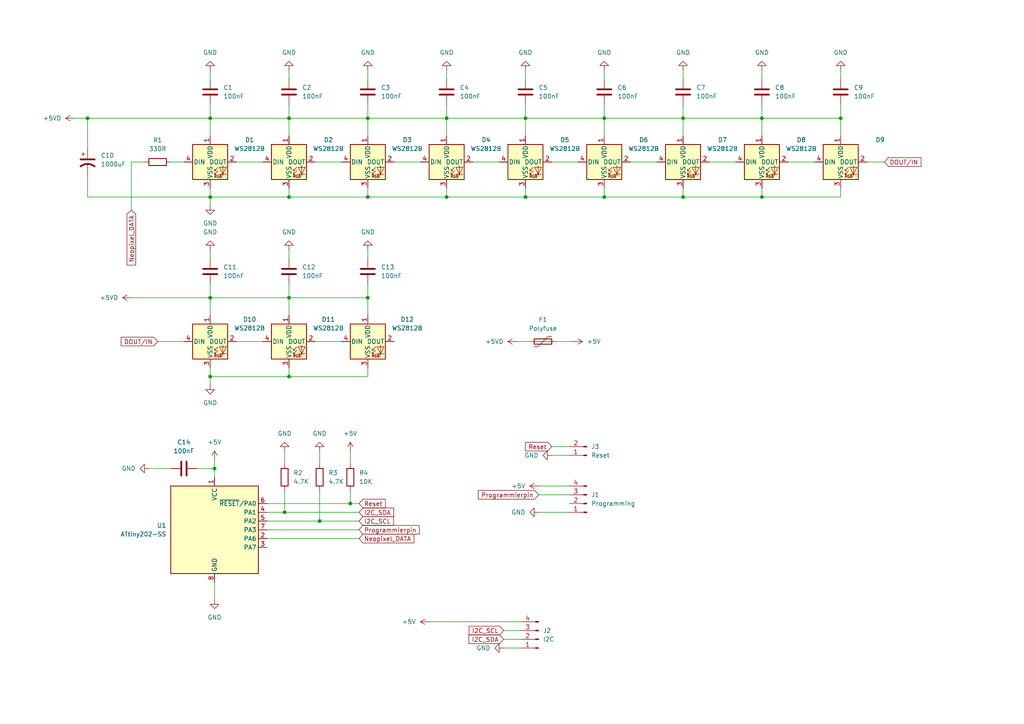
<source format=kicad_sch>
(kicad_sch
	(version 20250114)
	(generator "eeschema")
	(generator_version "9.0")
	(uuid "6205391b-a61f-4e60-b73e-3eadab0d3997")
	(paper "A4")
	(title_block
		(title "MPC-Status")
		(date "2026-02-24")
		(rev "V0.1a")
		(company "KTLA/Litec")
	)
	(lib_symbols
		(symbol "Connector:Conn_01x02_Pin"
			(pin_names
				(offset 1.016)
				(hide yes)
			)
			(exclude_from_sim no)
			(in_bom yes)
			(on_board yes)
			(property "Reference" "J"
				(at 0 2.54 0)
				(effects
					(font
						(size 1.27 1.27)
					)
				)
			)
			(property "Value" "Conn_01x02_Pin"
				(at 0 -5.08 0)
				(effects
					(font
						(size 1.27 1.27)
					)
				)
			)
			(property "Footprint" ""
				(at 0 0 0)
				(effects
					(font
						(size 1.27 1.27)
					)
					(hide yes)
				)
			)
			(property "Datasheet" "~"
				(at 0 0 0)
				(effects
					(font
						(size 1.27 1.27)
					)
					(hide yes)
				)
			)
			(property "Description" "Generic connector, single row, 01x02, script generated"
				(at 0 0 0)
				(effects
					(font
						(size 1.27 1.27)
					)
					(hide yes)
				)
			)
			(property "ki_locked" ""
				(at 0 0 0)
				(effects
					(font
						(size 1.27 1.27)
					)
				)
			)
			(property "ki_keywords" "connector"
				(at 0 0 0)
				(effects
					(font
						(size 1.27 1.27)
					)
					(hide yes)
				)
			)
			(property "ki_fp_filters" "Connector*:*_1x??_*"
				(at 0 0 0)
				(effects
					(font
						(size 1.27 1.27)
					)
					(hide yes)
				)
			)
			(symbol "Conn_01x02_Pin_1_1"
				(rectangle
					(start 0.8636 0.127)
					(end 0 -0.127)
					(stroke
						(width 0.1524)
						(type default)
					)
					(fill
						(type outline)
					)
				)
				(rectangle
					(start 0.8636 -2.413)
					(end 0 -2.667)
					(stroke
						(width 0.1524)
						(type default)
					)
					(fill
						(type outline)
					)
				)
				(polyline
					(pts
						(xy 1.27 0) (xy 0.8636 0)
					)
					(stroke
						(width 0.1524)
						(type default)
					)
					(fill
						(type none)
					)
				)
				(polyline
					(pts
						(xy 1.27 -2.54) (xy 0.8636 -2.54)
					)
					(stroke
						(width 0.1524)
						(type default)
					)
					(fill
						(type none)
					)
				)
				(pin passive line
					(at 5.08 0 180)
					(length 3.81)
					(name "Pin_1"
						(effects
							(font
								(size 1.27 1.27)
							)
						)
					)
					(number "1"
						(effects
							(font
								(size 1.27 1.27)
							)
						)
					)
				)
				(pin passive line
					(at 5.08 -2.54 180)
					(length 3.81)
					(name "Pin_2"
						(effects
							(font
								(size 1.27 1.27)
							)
						)
					)
					(number "2"
						(effects
							(font
								(size 1.27 1.27)
							)
						)
					)
				)
			)
			(embedded_fonts no)
		)
		(symbol "Connector:Conn_01x04_Pin"
			(pin_names
				(offset 1.016)
				(hide yes)
			)
			(exclude_from_sim no)
			(in_bom yes)
			(on_board yes)
			(property "Reference" "J"
				(at 0 5.08 0)
				(effects
					(font
						(size 1.27 1.27)
					)
				)
			)
			(property "Value" "Conn_01x04_Pin"
				(at 0 -7.62 0)
				(effects
					(font
						(size 1.27 1.27)
					)
				)
			)
			(property "Footprint" ""
				(at 0 0 0)
				(effects
					(font
						(size 1.27 1.27)
					)
					(hide yes)
				)
			)
			(property "Datasheet" "~"
				(at 0 0 0)
				(effects
					(font
						(size 1.27 1.27)
					)
					(hide yes)
				)
			)
			(property "Description" "Generic connector, single row, 01x04, script generated"
				(at 0 0 0)
				(effects
					(font
						(size 1.27 1.27)
					)
					(hide yes)
				)
			)
			(property "ki_locked" ""
				(at 0 0 0)
				(effects
					(font
						(size 1.27 1.27)
					)
				)
			)
			(property "ki_keywords" "connector"
				(at 0 0 0)
				(effects
					(font
						(size 1.27 1.27)
					)
					(hide yes)
				)
			)
			(property "ki_fp_filters" "Connector*:*_1x??_*"
				(at 0 0 0)
				(effects
					(font
						(size 1.27 1.27)
					)
					(hide yes)
				)
			)
			(symbol "Conn_01x04_Pin_1_1"
				(rectangle
					(start 0.8636 2.667)
					(end 0 2.413)
					(stroke
						(width 0.1524)
						(type default)
					)
					(fill
						(type outline)
					)
				)
				(rectangle
					(start 0.8636 0.127)
					(end 0 -0.127)
					(stroke
						(width 0.1524)
						(type default)
					)
					(fill
						(type outline)
					)
				)
				(rectangle
					(start 0.8636 -2.413)
					(end 0 -2.667)
					(stroke
						(width 0.1524)
						(type default)
					)
					(fill
						(type outline)
					)
				)
				(rectangle
					(start 0.8636 -4.953)
					(end 0 -5.207)
					(stroke
						(width 0.1524)
						(type default)
					)
					(fill
						(type outline)
					)
				)
				(polyline
					(pts
						(xy 1.27 2.54) (xy 0.8636 2.54)
					)
					(stroke
						(width 0.1524)
						(type default)
					)
					(fill
						(type none)
					)
				)
				(polyline
					(pts
						(xy 1.27 0) (xy 0.8636 0)
					)
					(stroke
						(width 0.1524)
						(type default)
					)
					(fill
						(type none)
					)
				)
				(polyline
					(pts
						(xy 1.27 -2.54) (xy 0.8636 -2.54)
					)
					(stroke
						(width 0.1524)
						(type default)
					)
					(fill
						(type none)
					)
				)
				(polyline
					(pts
						(xy 1.27 -5.08) (xy 0.8636 -5.08)
					)
					(stroke
						(width 0.1524)
						(type default)
					)
					(fill
						(type none)
					)
				)
				(pin passive line
					(at 5.08 2.54 180)
					(length 3.81)
					(name "Pin_1"
						(effects
							(font
								(size 1.27 1.27)
							)
						)
					)
					(number "1"
						(effects
							(font
								(size 1.27 1.27)
							)
						)
					)
				)
				(pin passive line
					(at 5.08 0 180)
					(length 3.81)
					(name "Pin_2"
						(effects
							(font
								(size 1.27 1.27)
							)
						)
					)
					(number "2"
						(effects
							(font
								(size 1.27 1.27)
							)
						)
					)
				)
				(pin passive line
					(at 5.08 -2.54 180)
					(length 3.81)
					(name "Pin_3"
						(effects
							(font
								(size 1.27 1.27)
							)
						)
					)
					(number "3"
						(effects
							(font
								(size 1.27 1.27)
							)
						)
					)
				)
				(pin passive line
					(at 5.08 -5.08 180)
					(length 3.81)
					(name "Pin_4"
						(effects
							(font
								(size 1.27 1.27)
							)
						)
					)
					(number "4"
						(effects
							(font
								(size 1.27 1.27)
							)
						)
					)
				)
			)
			(embedded_fonts no)
		)
		(symbol "Device:C"
			(pin_numbers
				(hide yes)
			)
			(pin_names
				(offset 0.254)
			)
			(exclude_from_sim no)
			(in_bom yes)
			(on_board yes)
			(property "Reference" "C"
				(at 0.635 2.54 0)
				(effects
					(font
						(size 1.27 1.27)
					)
					(justify left)
				)
			)
			(property "Value" "C"
				(at 0.635 -2.54 0)
				(effects
					(font
						(size 1.27 1.27)
					)
					(justify left)
				)
			)
			(property "Footprint" ""
				(at 0.9652 -3.81 0)
				(effects
					(font
						(size 1.27 1.27)
					)
					(hide yes)
				)
			)
			(property "Datasheet" "~"
				(at 0 0 0)
				(effects
					(font
						(size 1.27 1.27)
					)
					(hide yes)
				)
			)
			(property "Description" "Unpolarized capacitor"
				(at 0 0 0)
				(effects
					(font
						(size 1.27 1.27)
					)
					(hide yes)
				)
			)
			(property "ki_keywords" "cap capacitor"
				(at 0 0 0)
				(effects
					(font
						(size 1.27 1.27)
					)
					(hide yes)
				)
			)
			(property "ki_fp_filters" "C_*"
				(at 0 0 0)
				(effects
					(font
						(size 1.27 1.27)
					)
					(hide yes)
				)
			)
			(symbol "C_0_1"
				(polyline
					(pts
						(xy -2.032 0.762) (xy 2.032 0.762)
					)
					(stroke
						(width 0.508)
						(type default)
					)
					(fill
						(type none)
					)
				)
				(polyline
					(pts
						(xy -2.032 -0.762) (xy 2.032 -0.762)
					)
					(stroke
						(width 0.508)
						(type default)
					)
					(fill
						(type none)
					)
				)
			)
			(symbol "C_1_1"
				(pin passive line
					(at 0 3.81 270)
					(length 2.794)
					(name "~"
						(effects
							(font
								(size 1.27 1.27)
							)
						)
					)
					(number "1"
						(effects
							(font
								(size 1.27 1.27)
							)
						)
					)
				)
				(pin passive line
					(at 0 -3.81 90)
					(length 2.794)
					(name "~"
						(effects
							(font
								(size 1.27 1.27)
							)
						)
					)
					(number "2"
						(effects
							(font
								(size 1.27 1.27)
							)
						)
					)
				)
			)
			(embedded_fonts no)
		)
		(symbol "Device:C_Polarized_US"
			(pin_numbers
				(hide yes)
			)
			(pin_names
				(offset 0.254)
				(hide yes)
			)
			(exclude_from_sim no)
			(in_bom yes)
			(on_board yes)
			(property "Reference" "C"
				(at 0.635 2.54 0)
				(effects
					(font
						(size 1.27 1.27)
					)
					(justify left)
				)
			)
			(property "Value" "C_Polarized_US"
				(at 0.635 -2.54 0)
				(effects
					(font
						(size 1.27 1.27)
					)
					(justify left)
				)
			)
			(property "Footprint" ""
				(at 0 0 0)
				(effects
					(font
						(size 1.27 1.27)
					)
					(hide yes)
				)
			)
			(property "Datasheet" "~"
				(at 0 0 0)
				(effects
					(font
						(size 1.27 1.27)
					)
					(hide yes)
				)
			)
			(property "Description" "Polarized capacitor, US symbol"
				(at 0 0 0)
				(effects
					(font
						(size 1.27 1.27)
					)
					(hide yes)
				)
			)
			(property "ki_keywords" "cap capacitor"
				(at 0 0 0)
				(effects
					(font
						(size 1.27 1.27)
					)
					(hide yes)
				)
			)
			(property "ki_fp_filters" "CP_*"
				(at 0 0 0)
				(effects
					(font
						(size 1.27 1.27)
					)
					(hide yes)
				)
			)
			(symbol "C_Polarized_US_0_1"
				(polyline
					(pts
						(xy -2.032 0.762) (xy 2.032 0.762)
					)
					(stroke
						(width 0.508)
						(type default)
					)
					(fill
						(type none)
					)
				)
				(polyline
					(pts
						(xy -1.778 2.286) (xy -0.762 2.286)
					)
					(stroke
						(width 0)
						(type default)
					)
					(fill
						(type none)
					)
				)
				(polyline
					(pts
						(xy -1.27 1.778) (xy -1.27 2.794)
					)
					(stroke
						(width 0)
						(type default)
					)
					(fill
						(type none)
					)
				)
				(arc
					(start -2.032 -1.27)
					(mid 0 -0.5572)
					(end 2.032 -1.27)
					(stroke
						(width 0.508)
						(type default)
					)
					(fill
						(type none)
					)
				)
			)
			(symbol "C_Polarized_US_1_1"
				(pin passive line
					(at 0 3.81 270)
					(length 2.794)
					(name "~"
						(effects
							(font
								(size 1.27 1.27)
							)
						)
					)
					(number "1"
						(effects
							(font
								(size 1.27 1.27)
							)
						)
					)
				)
				(pin passive line
					(at 0 -3.81 90)
					(length 3.302)
					(name "~"
						(effects
							(font
								(size 1.27 1.27)
							)
						)
					)
					(number "2"
						(effects
							(font
								(size 1.27 1.27)
							)
						)
					)
				)
			)
			(embedded_fonts no)
		)
		(symbol "Device:Polyfuse"
			(pin_numbers
				(hide yes)
			)
			(pin_names
				(offset 0)
			)
			(exclude_from_sim no)
			(in_bom yes)
			(on_board yes)
			(property "Reference" "F"
				(at -2.54 0 90)
				(effects
					(font
						(size 1.27 1.27)
					)
				)
			)
			(property "Value" "Polyfuse"
				(at 2.54 0 90)
				(effects
					(font
						(size 1.27 1.27)
					)
				)
			)
			(property "Footprint" ""
				(at 1.27 -5.08 0)
				(effects
					(font
						(size 1.27 1.27)
					)
					(justify left)
					(hide yes)
				)
			)
			(property "Datasheet" "~"
				(at 0 0 0)
				(effects
					(font
						(size 1.27 1.27)
					)
					(hide yes)
				)
			)
			(property "Description" "Resettable fuse, polymeric positive temperature coefficient"
				(at 0 0 0)
				(effects
					(font
						(size 1.27 1.27)
					)
					(hide yes)
				)
			)
			(property "ki_keywords" "resettable fuse PTC PPTC polyfuse polyswitch"
				(at 0 0 0)
				(effects
					(font
						(size 1.27 1.27)
					)
					(hide yes)
				)
			)
			(property "ki_fp_filters" "*polyfuse* *PTC*"
				(at 0 0 0)
				(effects
					(font
						(size 1.27 1.27)
					)
					(hide yes)
				)
			)
			(symbol "Polyfuse_0_1"
				(polyline
					(pts
						(xy -1.524 2.54) (xy -1.524 1.524) (xy 1.524 -1.524) (xy 1.524 -2.54)
					)
					(stroke
						(width 0)
						(type default)
					)
					(fill
						(type none)
					)
				)
				(rectangle
					(start -0.762 2.54)
					(end 0.762 -2.54)
					(stroke
						(width 0.254)
						(type default)
					)
					(fill
						(type none)
					)
				)
				(polyline
					(pts
						(xy 0 2.54) (xy 0 -2.54)
					)
					(stroke
						(width 0)
						(type default)
					)
					(fill
						(type none)
					)
				)
			)
			(symbol "Polyfuse_1_1"
				(pin passive line
					(at 0 3.81 270)
					(length 1.27)
					(name "~"
						(effects
							(font
								(size 1.27 1.27)
							)
						)
					)
					(number "1"
						(effects
							(font
								(size 1.27 1.27)
							)
						)
					)
				)
				(pin passive line
					(at 0 -3.81 90)
					(length 1.27)
					(name "~"
						(effects
							(font
								(size 1.27 1.27)
							)
						)
					)
					(number "2"
						(effects
							(font
								(size 1.27 1.27)
							)
						)
					)
				)
			)
			(embedded_fonts no)
		)
		(symbol "Device:R"
			(pin_numbers
				(hide yes)
			)
			(pin_names
				(offset 0)
			)
			(exclude_from_sim no)
			(in_bom yes)
			(on_board yes)
			(property "Reference" "R"
				(at 2.032 0 90)
				(effects
					(font
						(size 1.27 1.27)
					)
				)
			)
			(property "Value" "R"
				(at 0 0 90)
				(effects
					(font
						(size 1.27 1.27)
					)
				)
			)
			(property "Footprint" ""
				(at -1.778 0 90)
				(effects
					(font
						(size 1.27 1.27)
					)
					(hide yes)
				)
			)
			(property "Datasheet" "~"
				(at 0 0 0)
				(effects
					(font
						(size 1.27 1.27)
					)
					(hide yes)
				)
			)
			(property "Description" "Resistor"
				(at 0 0 0)
				(effects
					(font
						(size 1.27 1.27)
					)
					(hide yes)
				)
			)
			(property "ki_keywords" "R res resistor"
				(at 0 0 0)
				(effects
					(font
						(size 1.27 1.27)
					)
					(hide yes)
				)
			)
			(property "ki_fp_filters" "R_*"
				(at 0 0 0)
				(effects
					(font
						(size 1.27 1.27)
					)
					(hide yes)
				)
			)
			(symbol "R_0_1"
				(rectangle
					(start -1.016 -2.54)
					(end 1.016 2.54)
					(stroke
						(width 0.254)
						(type default)
					)
					(fill
						(type none)
					)
				)
			)
			(symbol "R_1_1"
				(pin passive line
					(at 0 3.81 270)
					(length 1.27)
					(name "~"
						(effects
							(font
								(size 1.27 1.27)
							)
						)
					)
					(number "1"
						(effects
							(font
								(size 1.27 1.27)
							)
						)
					)
				)
				(pin passive line
					(at 0 -3.81 90)
					(length 1.27)
					(name "~"
						(effects
							(font
								(size 1.27 1.27)
							)
						)
					)
					(number "2"
						(effects
							(font
								(size 1.27 1.27)
							)
						)
					)
				)
			)
			(embedded_fonts no)
		)
		(symbol "LED:WS2812B"
			(pin_names
				(offset 0.254)
			)
			(exclude_from_sim no)
			(in_bom yes)
			(on_board yes)
			(property "Reference" "D"
				(at 5.08 5.715 0)
				(effects
					(font
						(size 1.27 1.27)
					)
					(justify right bottom)
				)
			)
			(property "Value" "WS2812B"
				(at 1.27 -5.715 0)
				(effects
					(font
						(size 1.27 1.27)
					)
					(justify left top)
				)
			)
			(property "Footprint" "LED_SMD:LED_WS2812B_PLCC4_5.0x5.0mm_P3.2mm"
				(at 1.27 -7.62 0)
				(effects
					(font
						(size 1.27 1.27)
					)
					(justify left top)
					(hide yes)
				)
			)
			(property "Datasheet" "https://cdn-shop.adafruit.com/datasheets/WS2812B.pdf"
				(at 2.54 -9.525 0)
				(effects
					(font
						(size 1.27 1.27)
					)
					(justify left top)
					(hide yes)
				)
			)
			(property "Description" "RGB LED with integrated controller"
				(at 0 0 0)
				(effects
					(font
						(size 1.27 1.27)
					)
					(hide yes)
				)
			)
			(property "ki_keywords" "RGB LED NeoPixel addressable"
				(at 0 0 0)
				(effects
					(font
						(size 1.27 1.27)
					)
					(hide yes)
				)
			)
			(property "ki_fp_filters" "LED*WS2812*PLCC*5.0x5.0mm*P3.2mm*"
				(at 0 0 0)
				(effects
					(font
						(size 1.27 1.27)
					)
					(hide yes)
				)
			)
			(symbol "WS2812B_0_0"
				(text "RGB"
					(at 2.286 -4.191 0)
					(effects
						(font
							(size 0.762 0.762)
						)
					)
				)
			)
			(symbol "WS2812B_0_1"
				(polyline
					(pts
						(xy 1.27 -2.54) (xy 1.778 -2.54)
					)
					(stroke
						(width 0)
						(type default)
					)
					(fill
						(type none)
					)
				)
				(polyline
					(pts
						(xy 1.27 -3.556) (xy 1.778 -3.556)
					)
					(stroke
						(width 0)
						(type default)
					)
					(fill
						(type none)
					)
				)
				(polyline
					(pts
						(xy 2.286 -1.524) (xy 1.27 -2.54) (xy 1.27 -2.032)
					)
					(stroke
						(width 0)
						(type default)
					)
					(fill
						(type none)
					)
				)
				(polyline
					(pts
						(xy 2.286 -2.54) (xy 1.27 -3.556) (xy 1.27 -3.048)
					)
					(stroke
						(width 0)
						(type default)
					)
					(fill
						(type none)
					)
				)
				(polyline
					(pts
						(xy 3.683 -1.016) (xy 3.683 -3.556) (xy 3.683 -4.064)
					)
					(stroke
						(width 0)
						(type default)
					)
					(fill
						(type none)
					)
				)
				(polyline
					(pts
						(xy 4.699 -1.524) (xy 2.667 -1.524) (xy 3.683 -3.556) (xy 4.699 -1.524)
					)
					(stroke
						(width 0)
						(type default)
					)
					(fill
						(type none)
					)
				)
				(polyline
					(pts
						(xy 4.699 -3.556) (xy 2.667 -3.556)
					)
					(stroke
						(width 0)
						(type default)
					)
					(fill
						(type none)
					)
				)
				(rectangle
					(start 5.08 5.08)
					(end -5.08 -5.08)
					(stroke
						(width 0.254)
						(type default)
					)
					(fill
						(type background)
					)
				)
			)
			(symbol "WS2812B_1_1"
				(pin input line
					(at -7.62 0 0)
					(length 2.54)
					(name "DIN"
						(effects
							(font
								(size 1.27 1.27)
							)
						)
					)
					(number "4"
						(effects
							(font
								(size 1.27 1.27)
							)
						)
					)
				)
				(pin power_in line
					(at 0 7.62 270)
					(length 2.54)
					(name "VDD"
						(effects
							(font
								(size 1.27 1.27)
							)
						)
					)
					(number "1"
						(effects
							(font
								(size 1.27 1.27)
							)
						)
					)
				)
				(pin power_in line
					(at 0 -7.62 90)
					(length 2.54)
					(name "VSS"
						(effects
							(font
								(size 1.27 1.27)
							)
						)
					)
					(number "3"
						(effects
							(font
								(size 1.27 1.27)
							)
						)
					)
				)
				(pin output line
					(at 7.62 0 180)
					(length 2.54)
					(name "DOUT"
						(effects
							(font
								(size 1.27 1.27)
							)
						)
					)
					(number "2"
						(effects
							(font
								(size 1.27 1.27)
							)
						)
					)
				)
			)
			(embedded_fonts no)
		)
		(symbol "MCU_Microchip_ATtiny:ATtiny202-SS"
			(exclude_from_sim no)
			(in_bom yes)
			(on_board yes)
			(property "Reference" "U"
				(at -12.7 13.97 0)
				(effects
					(font
						(size 1.27 1.27)
					)
					(justify left bottom)
				)
			)
			(property "Value" "ATtiny202-SS"
				(at 2.54 -13.97 0)
				(effects
					(font
						(size 1.27 1.27)
					)
					(justify left top)
				)
			)
			(property "Footprint" "Package_SO:SOIC-8_3.9x4.9mm_P1.27mm"
				(at 0 0 0)
				(effects
					(font
						(size 1.27 1.27)
						(italic yes)
					)
					(hide yes)
				)
			)
			(property "Datasheet" "http://ww1.microchip.com/downloads/en/DeviceDoc/ATtiny202-402-AVR-MCU-with-Core-Independent-Peripherals_and-picoPower-40001969A.pdf"
				(at 0 0 0)
				(effects
					(font
						(size 1.27 1.27)
					)
					(hide yes)
				)
			)
			(property "Description" "20MHz, 2kB Flash, 128B SRAM, 64B EEPROM, SOIC-8"
				(at 0 0 0)
				(effects
					(font
						(size 1.27 1.27)
					)
					(hide yes)
				)
			)
			(property "ki_keywords" "AVR 8bit Microcontroller tinyAVR"
				(at 0 0 0)
				(effects
					(font
						(size 1.27 1.27)
					)
					(hide yes)
				)
			)
			(property "ki_fp_filters" "SOIC*3.9x4.9mm*P1.27mm*"
				(at 0 0 0)
				(effects
					(font
						(size 1.27 1.27)
					)
					(hide yes)
				)
			)
			(symbol "ATtiny202-SS_0_1"
				(rectangle
					(start -12.7 -12.7)
					(end 12.7 12.7)
					(stroke
						(width 0.254)
						(type default)
					)
					(fill
						(type background)
					)
				)
			)
			(symbol "ATtiny202-SS_1_1"
				(pin power_in line
					(at 0 15.24 270)
					(length 2.54)
					(name "VCC"
						(effects
							(font
								(size 1.27 1.27)
							)
						)
					)
					(number "1"
						(effects
							(font
								(size 1.27 1.27)
							)
						)
					)
				)
				(pin power_in line
					(at 0 -15.24 90)
					(length 2.54)
					(name "GND"
						(effects
							(font
								(size 1.27 1.27)
							)
						)
					)
					(number "8"
						(effects
							(font
								(size 1.27 1.27)
							)
						)
					)
				)
				(pin bidirectional line
					(at 15.24 7.62 180)
					(length 2.54)
					(name "~{RESET}/PA0"
						(effects
							(font
								(size 1.27 1.27)
							)
						)
					)
					(number "6"
						(effects
							(font
								(size 1.27 1.27)
							)
						)
					)
				)
				(pin bidirectional line
					(at 15.24 5.08 180)
					(length 2.54)
					(name "PA1"
						(effects
							(font
								(size 1.27 1.27)
							)
						)
					)
					(number "4"
						(effects
							(font
								(size 1.27 1.27)
							)
						)
					)
				)
				(pin bidirectional line
					(at 15.24 2.54 180)
					(length 2.54)
					(name "PA2"
						(effects
							(font
								(size 1.27 1.27)
							)
						)
					)
					(number "5"
						(effects
							(font
								(size 1.27 1.27)
							)
						)
					)
				)
				(pin bidirectional line
					(at 15.24 0 180)
					(length 2.54)
					(name "PA3"
						(effects
							(font
								(size 1.27 1.27)
							)
						)
					)
					(number "7"
						(effects
							(font
								(size 1.27 1.27)
							)
						)
					)
				)
				(pin bidirectional line
					(at 15.24 -2.54 180)
					(length 2.54)
					(name "PA6"
						(effects
							(font
								(size 1.27 1.27)
							)
						)
					)
					(number "2"
						(effects
							(font
								(size 1.27 1.27)
							)
						)
					)
				)
				(pin bidirectional line
					(at 15.24 -5.08 180)
					(length 2.54)
					(name "PA7"
						(effects
							(font
								(size 1.27 1.27)
							)
						)
					)
					(number "3"
						(effects
							(font
								(size 1.27 1.27)
							)
						)
					)
				)
			)
			(embedded_fonts no)
		)
		(symbol "power:+5V"
			(power)
			(pin_numbers
				(hide yes)
			)
			(pin_names
				(offset 0)
				(hide yes)
			)
			(exclude_from_sim no)
			(in_bom yes)
			(on_board yes)
			(property "Reference" "#PWR"
				(at 0 -3.81 0)
				(effects
					(font
						(size 1.27 1.27)
					)
					(hide yes)
				)
			)
			(property "Value" "+5V"
				(at 0 3.556 0)
				(effects
					(font
						(size 1.27 1.27)
					)
				)
			)
			(property "Footprint" ""
				(at 0 0 0)
				(effects
					(font
						(size 1.27 1.27)
					)
					(hide yes)
				)
			)
			(property "Datasheet" ""
				(at 0 0 0)
				(effects
					(font
						(size 1.27 1.27)
					)
					(hide yes)
				)
			)
			(property "Description" "Power symbol creates a global label with name \"+5V\""
				(at 0 0 0)
				(effects
					(font
						(size 1.27 1.27)
					)
					(hide yes)
				)
			)
			(property "ki_keywords" "global power"
				(at 0 0 0)
				(effects
					(font
						(size 1.27 1.27)
					)
					(hide yes)
				)
			)
			(symbol "+5V_0_1"
				(polyline
					(pts
						(xy -0.762 1.27) (xy 0 2.54)
					)
					(stroke
						(width 0)
						(type default)
					)
					(fill
						(type none)
					)
				)
				(polyline
					(pts
						(xy 0 2.54) (xy 0.762 1.27)
					)
					(stroke
						(width 0)
						(type default)
					)
					(fill
						(type none)
					)
				)
				(polyline
					(pts
						(xy 0 0) (xy 0 2.54)
					)
					(stroke
						(width 0)
						(type default)
					)
					(fill
						(type none)
					)
				)
			)
			(symbol "+5V_1_1"
				(pin power_in line
					(at 0 0 90)
					(length 0)
					(name "~"
						(effects
							(font
								(size 1.27 1.27)
							)
						)
					)
					(number "1"
						(effects
							(font
								(size 1.27 1.27)
							)
						)
					)
				)
			)
			(embedded_fonts no)
		)
		(symbol "power:+5VD"
			(power)
			(pin_numbers
				(hide yes)
			)
			(pin_names
				(offset 0)
				(hide yes)
			)
			(exclude_from_sim no)
			(in_bom yes)
			(on_board yes)
			(property "Reference" "#PWR"
				(at 0 -3.81 0)
				(effects
					(font
						(size 1.27 1.27)
					)
					(hide yes)
				)
			)
			(property "Value" "+5VD"
				(at 0 3.556 0)
				(effects
					(font
						(size 1.27 1.27)
					)
				)
			)
			(property "Footprint" ""
				(at 0 0 0)
				(effects
					(font
						(size 1.27 1.27)
					)
					(hide yes)
				)
			)
			(property "Datasheet" ""
				(at 0 0 0)
				(effects
					(font
						(size 1.27 1.27)
					)
					(hide yes)
				)
			)
			(property "Description" "Power symbol creates a global label with name \"+5VD\""
				(at 0 0 0)
				(effects
					(font
						(size 1.27 1.27)
					)
					(hide yes)
				)
			)
			(property "ki_keywords" "global power"
				(at 0 0 0)
				(effects
					(font
						(size 1.27 1.27)
					)
					(hide yes)
				)
			)
			(symbol "+5VD_0_1"
				(polyline
					(pts
						(xy -0.762 1.27) (xy 0 2.54)
					)
					(stroke
						(width 0)
						(type default)
					)
					(fill
						(type none)
					)
				)
				(polyline
					(pts
						(xy 0 2.54) (xy 0.762 1.27)
					)
					(stroke
						(width 0)
						(type default)
					)
					(fill
						(type none)
					)
				)
				(polyline
					(pts
						(xy 0 0) (xy 0 2.54)
					)
					(stroke
						(width 0)
						(type default)
					)
					(fill
						(type none)
					)
				)
			)
			(symbol "+5VD_1_1"
				(pin power_in line
					(at 0 0 90)
					(length 0)
					(name "~"
						(effects
							(font
								(size 1.27 1.27)
							)
						)
					)
					(number "1"
						(effects
							(font
								(size 1.27 1.27)
							)
						)
					)
				)
			)
			(embedded_fonts no)
		)
		(symbol "power:GND"
			(power)
			(pin_numbers
				(hide yes)
			)
			(pin_names
				(offset 0)
				(hide yes)
			)
			(exclude_from_sim no)
			(in_bom yes)
			(on_board yes)
			(property "Reference" "#PWR"
				(at 0 -6.35 0)
				(effects
					(font
						(size 1.27 1.27)
					)
					(hide yes)
				)
			)
			(property "Value" "GND"
				(at 0 -3.81 0)
				(effects
					(font
						(size 1.27 1.27)
					)
				)
			)
			(property "Footprint" ""
				(at 0 0 0)
				(effects
					(font
						(size 1.27 1.27)
					)
					(hide yes)
				)
			)
			(property "Datasheet" ""
				(at 0 0 0)
				(effects
					(font
						(size 1.27 1.27)
					)
					(hide yes)
				)
			)
			(property "Description" "Power symbol creates a global label with name \"GND\" , ground"
				(at 0 0 0)
				(effects
					(font
						(size 1.27 1.27)
					)
					(hide yes)
				)
			)
			(property "ki_keywords" "global power"
				(at 0 0 0)
				(effects
					(font
						(size 1.27 1.27)
					)
					(hide yes)
				)
			)
			(symbol "GND_0_1"
				(polyline
					(pts
						(xy 0 0) (xy 0 -1.27) (xy 1.27 -1.27) (xy 0 -2.54) (xy -1.27 -1.27) (xy 0 -1.27)
					)
					(stroke
						(width 0)
						(type default)
					)
					(fill
						(type none)
					)
				)
			)
			(symbol "GND_1_1"
				(pin power_in line
					(at 0 0 270)
					(length 0)
					(name "~"
						(effects
							(font
								(size 1.27 1.27)
							)
						)
					)
					(number "1"
						(effects
							(font
								(size 1.27 1.27)
							)
						)
					)
				)
			)
			(embedded_fonts no)
		)
	)
	(junction
		(at 129.54 34.29)
		(diameter 0)
		(color 0 0 0 0)
		(uuid "03d784cd-d215-4686-a769-40b3c3040b62")
	)
	(junction
		(at 83.82 86.36)
		(diameter 0)
		(color 0 0 0 0)
		(uuid "069414ab-4e7f-46f4-b210-dd3c0a9a97d4")
	)
	(junction
		(at 92.71 151.13)
		(diameter 0)
		(color 0 0 0 0)
		(uuid "0bf11b69-b2c1-4323-9276-96a1f063958b")
	)
	(junction
		(at 129.54 57.15)
		(diameter 0)
		(color 0 0 0 0)
		(uuid "170a53da-b434-4026-93ab-34f3ad0a9872")
	)
	(junction
		(at 82.55 148.59)
		(diameter 0)
		(color 0 0 0 0)
		(uuid "203d6724-e463-42cd-9c8e-7918ef2dfefb")
	)
	(junction
		(at 198.12 57.15)
		(diameter 0)
		(color 0 0 0 0)
		(uuid "23f2b54e-6959-4523-a114-5c0b09dd0ab6")
	)
	(junction
		(at 198.12 34.29)
		(diameter 0)
		(color 0 0 0 0)
		(uuid "343bcf34-e1f0-4718-b554-502e0256bf8a")
	)
	(junction
		(at 60.96 57.15)
		(diameter 0)
		(color 0 0 0 0)
		(uuid "3d6a7cc5-7125-41dd-99eb-fdf80b394bcf")
	)
	(junction
		(at 106.68 34.29)
		(diameter 0)
		(color 0 0 0 0)
		(uuid "4213d427-cbbb-4cfd-a31e-f5d8bcb3087a")
	)
	(junction
		(at 220.98 34.29)
		(diameter 0)
		(color 0 0 0 0)
		(uuid "450c04a9-0b81-47df-b9a7-7d5a25214682")
	)
	(junction
		(at 25.4 34.29)
		(diameter 0)
		(color 0 0 0 0)
		(uuid "508266c1-c34d-4bd8-8d98-fa147165a721")
	)
	(junction
		(at 243.84 34.29)
		(diameter 0)
		(color 0 0 0 0)
		(uuid "66484256-66e6-4e5f-8c6e-4af229f2c183")
	)
	(junction
		(at 83.82 57.15)
		(diameter 0)
		(color 0 0 0 0)
		(uuid "6ad84457-6acf-4ce9-a7fc-850aa4b13414")
	)
	(junction
		(at 60.96 86.36)
		(diameter 0)
		(color 0 0 0 0)
		(uuid "73f64539-779c-42c9-9226-f31c7d14fe73")
	)
	(junction
		(at 175.26 34.29)
		(diameter 0)
		(color 0 0 0 0)
		(uuid "795e5434-5c1d-45b2-902d-80508c452b29")
	)
	(junction
		(at 83.82 109.22)
		(diameter 0)
		(color 0 0 0 0)
		(uuid "7b05934b-7b6d-47ea-94fc-122158702e85")
	)
	(junction
		(at 175.26 57.15)
		(diameter 0)
		(color 0 0 0 0)
		(uuid "7cc7a100-611c-4556-b1c2-d4b2c2af9710")
	)
	(junction
		(at 106.68 57.15)
		(diameter 0)
		(color 0 0 0 0)
		(uuid "8540fa1d-62a9-4f9b-b6a4-de2bd8d619a9")
	)
	(junction
		(at 60.96 109.22)
		(diameter 0)
		(color 0 0 0 0)
		(uuid "88400d9a-2230-4a0a-a650-08909cdc862c")
	)
	(junction
		(at 62.23 135.89)
		(diameter 0)
		(color 0 0 0 0)
		(uuid "8bd9f3d1-2292-4a9d-92ef-188b81500459")
	)
	(junction
		(at 152.4 57.15)
		(diameter 0)
		(color 0 0 0 0)
		(uuid "9f7f898f-ca49-40f8-b500-1f57ca2e5d11")
	)
	(junction
		(at 101.6 146.05)
		(diameter 0)
		(color 0 0 0 0)
		(uuid "aa36fda7-53c0-4d1c-ba58-080d90552fae")
	)
	(junction
		(at 83.82 34.29)
		(diameter 0)
		(color 0 0 0 0)
		(uuid "b7aa4d20-8f62-44fa-be8e-2a692afcbd34")
	)
	(junction
		(at 220.98 57.15)
		(diameter 0)
		(color 0 0 0 0)
		(uuid "bef03168-c456-495e-9544-a4f699469839")
	)
	(junction
		(at 152.4 34.29)
		(diameter 0)
		(color 0 0 0 0)
		(uuid "dc2280b6-590c-4f66-b204-5b59643c3c10")
	)
	(junction
		(at 106.68 86.36)
		(diameter 0)
		(color 0 0 0 0)
		(uuid "e49e466d-52c1-4140-99f6-7faf5b48dc00")
	)
	(junction
		(at 60.96 34.29)
		(diameter 0)
		(color 0 0 0 0)
		(uuid "f8119387-63a4-431f-93a0-93cfa258cc50")
	)
	(wire
		(pts
			(xy 198.12 20.32) (xy 198.12 22.86)
		)
		(stroke
			(width 0)
			(type default)
		)
		(uuid "012c783d-c38a-4efe-b313-5d2f3fa40ed4")
	)
	(wire
		(pts
			(xy 83.82 54.61) (xy 83.82 57.15)
		)
		(stroke
			(width 0)
			(type default)
		)
		(uuid "0239ed19-5f43-46ef-a590-d1a39f555ad9")
	)
	(wire
		(pts
			(xy 82.55 142.24) (xy 82.55 148.59)
		)
		(stroke
			(width 0)
			(type default)
		)
		(uuid "0339e0a2-d86c-444d-91ae-b311f20cb2a9")
	)
	(wire
		(pts
			(xy 45.72 99.06) (xy 53.34 99.06)
		)
		(stroke
			(width 0)
			(type default)
		)
		(uuid "03643254-bd1b-4e09-940c-dbd257d35425")
	)
	(wire
		(pts
			(xy 182.88 46.99) (xy 190.5 46.99)
		)
		(stroke
			(width 0)
			(type default)
		)
		(uuid "04c4a5fe-8f62-46e8-a045-a3e2493be811")
	)
	(wire
		(pts
			(xy 82.55 148.59) (xy 104.14 148.59)
		)
		(stroke
			(width 0)
			(type default)
		)
		(uuid "09555f36-31a4-4c7f-aa06-99d265718b72")
	)
	(wire
		(pts
			(xy 251.46 46.99) (xy 256.54 46.99)
		)
		(stroke
			(width 0)
			(type default)
		)
		(uuid "0a9426a6-c9f4-4486-b080-be67db37f1fe")
	)
	(wire
		(pts
			(xy 91.44 46.99) (xy 99.06 46.99)
		)
		(stroke
			(width 0)
			(type default)
		)
		(uuid "0dbbf02f-f38b-4265-8e4b-e69f0ea332ed")
	)
	(wire
		(pts
			(xy 77.47 148.59) (xy 82.55 148.59)
		)
		(stroke
			(width 0)
			(type default)
		)
		(uuid "0f9dd120-d277-4851-89e9-5c5ac8e8235e")
	)
	(wire
		(pts
			(xy 220.98 54.61) (xy 220.98 57.15)
		)
		(stroke
			(width 0)
			(type default)
		)
		(uuid "117d6354-3c9d-4f44-9340-b5bc7128ecc6")
	)
	(wire
		(pts
			(xy 129.54 57.15) (xy 106.68 57.15)
		)
		(stroke
			(width 0)
			(type default)
		)
		(uuid "11f82ab6-5542-4707-ba24-12b0a13646db")
	)
	(wire
		(pts
			(xy 82.55 130.81) (xy 82.55 134.62)
		)
		(stroke
			(width 0)
			(type default)
		)
		(uuid "1409b8f7-f326-4cdb-856a-a07ba59a49e7")
	)
	(wire
		(pts
			(xy 152.4 54.61) (xy 152.4 57.15)
		)
		(stroke
			(width 0)
			(type default)
		)
		(uuid "1553dc2c-03a6-4c89-bd0d-3d22b395f2d0")
	)
	(wire
		(pts
			(xy 161.29 99.06) (xy 166.37 99.06)
		)
		(stroke
			(width 0)
			(type default)
		)
		(uuid "166c0830-3f4a-41ef-8cb9-3f16481c77ed")
	)
	(wire
		(pts
			(xy 228.6 46.99) (xy 236.22 46.99)
		)
		(stroke
			(width 0)
			(type default)
		)
		(uuid "16e8e424-9c55-4eb8-91e9-9b347944c0cd")
	)
	(wire
		(pts
			(xy 60.96 34.29) (xy 25.4 34.29)
		)
		(stroke
			(width 0)
			(type default)
		)
		(uuid "17abfcce-3027-44ba-b46b-68204b02a226")
	)
	(wire
		(pts
			(xy 68.58 46.99) (xy 76.2 46.99)
		)
		(stroke
			(width 0)
			(type default)
		)
		(uuid "1a5d8fe0-a254-4c75-9638-e39554812649")
	)
	(wire
		(pts
			(xy 149.86 99.06) (xy 153.67 99.06)
		)
		(stroke
			(width 0)
			(type default)
		)
		(uuid "1c2df421-0c30-4a96-b911-f14a7a946940")
	)
	(wire
		(pts
			(xy 25.4 50.8) (xy 25.4 57.15)
		)
		(stroke
			(width 0)
			(type default)
		)
		(uuid "1ee3a237-01c3-4e42-a00c-c9380c31764d")
	)
	(wire
		(pts
			(xy 106.68 34.29) (xy 129.54 34.29)
		)
		(stroke
			(width 0)
			(type default)
		)
		(uuid "1f4ba91a-1821-42b9-8fb9-cc6e238853de")
	)
	(wire
		(pts
			(xy 83.82 86.36) (xy 106.68 86.36)
		)
		(stroke
			(width 0)
			(type default)
		)
		(uuid "1fe1fb4e-ec65-44fa-9fe3-9e65dd94fcbf")
	)
	(wire
		(pts
			(xy 152.4 39.37) (xy 152.4 34.29)
		)
		(stroke
			(width 0)
			(type default)
		)
		(uuid "203aba72-4b00-442c-b2e2-e8c299fa54a0")
	)
	(wire
		(pts
			(xy 60.96 109.22) (xy 60.96 111.76)
		)
		(stroke
			(width 0)
			(type default)
		)
		(uuid "20a26910-0ad6-4ac1-9cdd-5f166f631137")
	)
	(wire
		(pts
			(xy 106.68 109.22) (xy 83.82 109.22)
		)
		(stroke
			(width 0)
			(type default)
		)
		(uuid "217bd068-efaf-4d5b-a362-1c7382ac2999")
	)
	(wire
		(pts
			(xy 77.47 153.67) (xy 104.14 153.67)
		)
		(stroke
			(width 0)
			(type default)
		)
		(uuid "236e5933-14f9-46e7-86ea-aef9c224696c")
	)
	(wire
		(pts
			(xy 83.82 57.15) (xy 60.96 57.15)
		)
		(stroke
			(width 0)
			(type default)
		)
		(uuid "23f530a5-80fc-4a54-9207-b61491016eae")
	)
	(wire
		(pts
			(xy 83.82 82.55) (xy 83.82 86.36)
		)
		(stroke
			(width 0)
			(type default)
		)
		(uuid "257d420c-e872-455f-ab4f-cc98438a919e")
	)
	(wire
		(pts
			(xy 198.12 54.61) (xy 198.12 57.15)
		)
		(stroke
			(width 0)
			(type default)
		)
		(uuid "25e3626e-db15-4505-ad06-9b9d40ca18ff")
	)
	(wire
		(pts
			(xy 114.3 46.99) (xy 121.92 46.99)
		)
		(stroke
			(width 0)
			(type default)
		)
		(uuid "29fe08de-fb25-4220-8bb0-1421e8f39372")
	)
	(wire
		(pts
			(xy 60.96 86.36) (xy 83.82 86.36)
		)
		(stroke
			(width 0)
			(type default)
		)
		(uuid "2f554b4c-10d1-4483-88a8-51efba45ba29")
	)
	(wire
		(pts
			(xy 152.4 57.15) (xy 129.54 57.15)
		)
		(stroke
			(width 0)
			(type default)
		)
		(uuid "3300169f-8458-4be6-8950-2738da104ead")
	)
	(wire
		(pts
			(xy 156.21 148.59) (xy 165.1 148.59)
		)
		(stroke
			(width 0)
			(type default)
		)
		(uuid "34af698d-cd72-48c4-8b01-e6aae2dd4c85")
	)
	(wire
		(pts
			(xy 106.68 54.61) (xy 106.68 57.15)
		)
		(stroke
			(width 0)
			(type default)
		)
		(uuid "35376b29-564f-4471-ac24-272aabc23943")
	)
	(wire
		(pts
			(xy 77.47 146.05) (xy 101.6 146.05)
		)
		(stroke
			(width 0)
			(type default)
		)
		(uuid "356a8f17-246d-4eea-83d6-e9eb8499d90e")
	)
	(wire
		(pts
			(xy 220.98 57.15) (xy 198.12 57.15)
		)
		(stroke
			(width 0)
			(type default)
		)
		(uuid "37f54054-f548-402c-80c8-c37789a42c37")
	)
	(wire
		(pts
			(xy 49.53 46.99) (xy 53.34 46.99)
		)
		(stroke
			(width 0)
			(type default)
		)
		(uuid "3f87ca53-af09-4c16-8cee-e7bc1e12524c")
	)
	(wire
		(pts
			(xy 60.96 30.48) (xy 60.96 34.29)
		)
		(stroke
			(width 0)
			(type default)
		)
		(uuid "40ea09ec-e161-40b4-9f5f-d275e9f34420")
	)
	(wire
		(pts
			(xy 77.47 156.21) (xy 104.14 156.21)
		)
		(stroke
			(width 0)
			(type default)
		)
		(uuid "411c39f7-9c0f-434f-8ee8-d7027c959011")
	)
	(wire
		(pts
			(xy 160.02 129.54) (xy 165.1 129.54)
		)
		(stroke
			(width 0)
			(type default)
		)
		(uuid "426d6fa7-0d2c-488f-aa0e-d23106f096dc")
	)
	(wire
		(pts
			(xy 124.46 180.34) (xy 151.13 180.34)
		)
		(stroke
			(width 0)
			(type default)
		)
		(uuid "42b51fa4-4052-494d-9498-a408861c3510")
	)
	(wire
		(pts
			(xy 175.26 34.29) (xy 198.12 34.29)
		)
		(stroke
			(width 0)
			(type default)
		)
		(uuid "43d56b9e-b06b-489d-b268-e7ecd98e3a76")
	)
	(wire
		(pts
			(xy 129.54 54.61) (xy 129.54 57.15)
		)
		(stroke
			(width 0)
			(type default)
		)
		(uuid "43efd703-f49b-47ee-b6d5-524979fa6718")
	)
	(wire
		(pts
			(xy 198.12 34.29) (xy 220.98 34.29)
		)
		(stroke
			(width 0)
			(type default)
		)
		(uuid "46b0e084-177b-4eb7-9592-587e30da199d")
	)
	(wire
		(pts
			(xy 57.15 135.89) (xy 62.23 135.89)
		)
		(stroke
			(width 0)
			(type default)
		)
		(uuid "4a285c75-6c53-4af0-a66b-43272a7b6f7e")
	)
	(wire
		(pts
			(xy 175.26 57.15) (xy 152.4 57.15)
		)
		(stroke
			(width 0)
			(type default)
		)
		(uuid "4cd69e24-a151-4753-a8c3-ed5a70039ef4")
	)
	(wire
		(pts
			(xy 205.74 46.99) (xy 213.36 46.99)
		)
		(stroke
			(width 0)
			(type default)
		)
		(uuid "4ed266b7-2866-4704-986d-e8410a6c3a36")
	)
	(wire
		(pts
			(xy 106.68 91.44) (xy 106.68 86.36)
		)
		(stroke
			(width 0)
			(type default)
		)
		(uuid "4f750f4a-d9a2-45a0-b958-ee77f93acaa7")
	)
	(wire
		(pts
			(xy 129.54 34.29) (xy 152.4 34.29)
		)
		(stroke
			(width 0)
			(type default)
		)
		(uuid "514d7764-9d3f-4988-b627-0ce86a0e8ab4")
	)
	(wire
		(pts
			(xy 220.98 20.32) (xy 220.98 22.86)
		)
		(stroke
			(width 0)
			(type default)
		)
		(uuid "54d8bb40-3b5e-4aeb-9061-ba2947600e8a")
	)
	(wire
		(pts
			(xy 62.23 133.35) (xy 62.23 135.89)
		)
		(stroke
			(width 0)
			(type default)
		)
		(uuid "583142ed-a52f-490a-94db-cfdf1dd8ab80")
	)
	(wire
		(pts
			(xy 91.44 99.06) (xy 99.06 99.06)
		)
		(stroke
			(width 0)
			(type default)
		)
		(uuid "5c3d41cd-6587-4fe7-9a81-19bedc07c5e6")
	)
	(wire
		(pts
			(xy 106.68 20.32) (xy 106.68 22.86)
		)
		(stroke
			(width 0)
			(type default)
		)
		(uuid "5fd29f25-1083-461f-b64a-dcbcfe5f35a5")
	)
	(wire
		(pts
			(xy 83.82 72.39) (xy 83.82 74.93)
		)
		(stroke
			(width 0)
			(type default)
		)
		(uuid "60737d29-f777-4115-9c46-4b67b995a14f")
	)
	(wire
		(pts
			(xy 83.82 106.68) (xy 83.82 109.22)
		)
		(stroke
			(width 0)
			(type default)
		)
		(uuid "60988e90-46df-411b-a7f8-117ad2a00dcb")
	)
	(wire
		(pts
			(xy 60.96 20.32) (xy 60.96 22.86)
		)
		(stroke
			(width 0)
			(type default)
		)
		(uuid "6233e537-6b46-4060-bbae-63e7a2219757")
	)
	(wire
		(pts
			(xy 92.71 142.24) (xy 92.71 151.13)
		)
		(stroke
			(width 0)
			(type default)
		)
		(uuid "68d3ca04-942c-480d-960f-3bb3af6af81f")
	)
	(wire
		(pts
			(xy 62.23 135.89) (xy 62.23 138.43)
		)
		(stroke
			(width 0)
			(type default)
		)
		(uuid "6e20af02-096c-49a6-ab93-3d45cf7e4e55")
	)
	(wire
		(pts
			(xy 152.4 20.32) (xy 152.4 22.86)
		)
		(stroke
			(width 0)
			(type default)
		)
		(uuid "6ee1659b-d9c4-42f5-bb14-33bc8fb4c8ee")
	)
	(wire
		(pts
			(xy 160.02 46.99) (xy 167.64 46.99)
		)
		(stroke
			(width 0)
			(type default)
		)
		(uuid "7380214e-0826-48e9-ae0d-0d3795738d28")
	)
	(wire
		(pts
			(xy 146.05 182.88) (xy 151.13 182.88)
		)
		(stroke
			(width 0)
			(type default)
		)
		(uuid "758f30c4-96a8-448d-8f7c-5af891493f6c")
	)
	(wire
		(pts
			(xy 83.82 34.29) (xy 106.68 34.29)
		)
		(stroke
			(width 0)
			(type default)
		)
		(uuid "7648ce61-12fe-4e64-ab8c-d794e3aa0196")
	)
	(wire
		(pts
			(xy 156.21 143.51) (xy 165.1 143.51)
		)
		(stroke
			(width 0)
			(type default)
		)
		(uuid "76f318af-833e-407a-ac1f-b191a5ef901d")
	)
	(wire
		(pts
			(xy 175.26 54.61) (xy 175.26 57.15)
		)
		(stroke
			(width 0)
			(type default)
		)
		(uuid "7dd5f684-43ac-4f89-88e8-5fca46ef300a")
	)
	(wire
		(pts
			(xy 243.84 54.61) (xy 243.84 57.15)
		)
		(stroke
			(width 0)
			(type default)
		)
		(uuid "821c2434-5af0-4e98-98d6-ba39e4254024")
	)
	(wire
		(pts
			(xy 101.6 142.24) (xy 101.6 146.05)
		)
		(stroke
			(width 0)
			(type default)
		)
		(uuid "8251ffc2-2b43-4e41-8619-fa3f81d5c599")
	)
	(wire
		(pts
			(xy 106.68 39.37) (xy 106.68 34.29)
		)
		(stroke
			(width 0)
			(type default)
		)
		(uuid "843302e7-2b50-4a2a-94d6-0a7a4f8986b7")
	)
	(wire
		(pts
			(xy 83.82 30.48) (xy 83.82 34.29)
		)
		(stroke
			(width 0)
			(type default)
		)
		(uuid "8525e7c4-20dc-4b1c-ad25-a001dff854fb")
	)
	(wire
		(pts
			(xy 243.84 57.15) (xy 220.98 57.15)
		)
		(stroke
			(width 0)
			(type default)
		)
		(uuid "860d81ab-70d4-4c3f-82b4-cbf0408186dd")
	)
	(wire
		(pts
			(xy 106.68 72.39) (xy 106.68 74.93)
		)
		(stroke
			(width 0)
			(type default)
		)
		(uuid "8c2119fd-14cd-4702-8887-0ba92129e7cc")
	)
	(wire
		(pts
			(xy 60.96 91.44) (xy 60.96 86.36)
		)
		(stroke
			(width 0)
			(type default)
		)
		(uuid "9102d46b-98a9-4577-bb34-842880a9aec0")
	)
	(wire
		(pts
			(xy 38.1 86.36) (xy 60.96 86.36)
		)
		(stroke
			(width 0)
			(type default)
		)
		(uuid "91cb4716-86cc-40fb-80f1-5000294f4c63")
	)
	(wire
		(pts
			(xy 60.96 34.29) (xy 83.82 34.29)
		)
		(stroke
			(width 0)
			(type default)
		)
		(uuid "91f50281-b563-41b8-b9e3-c6c2d18d973e")
	)
	(wire
		(pts
			(xy 106.68 30.48) (xy 106.68 34.29)
		)
		(stroke
			(width 0)
			(type default)
		)
		(uuid "9444d206-1f32-435f-ba38-a19525a74dd4")
	)
	(wire
		(pts
			(xy 129.54 20.32) (xy 129.54 22.86)
		)
		(stroke
			(width 0)
			(type default)
		)
		(uuid "96fe947c-af3c-40c7-a675-84aaa004d1b1")
	)
	(wire
		(pts
			(xy 175.26 30.48) (xy 175.26 34.29)
		)
		(stroke
			(width 0)
			(type default)
		)
		(uuid "9d1c9458-2946-4bc9-ab87-9fa1c19f0b94")
	)
	(wire
		(pts
			(xy 25.4 34.29) (xy 25.4 43.18)
		)
		(stroke
			(width 0)
			(type default)
		)
		(uuid "9db52b17-1f33-41ef-881f-2fee3a1595db")
	)
	(wire
		(pts
			(xy 152.4 30.48) (xy 152.4 34.29)
		)
		(stroke
			(width 0)
			(type default)
		)
		(uuid "a43bf3d0-d0c7-4001-b181-63de368ec688")
	)
	(wire
		(pts
			(xy 129.54 30.48) (xy 129.54 34.29)
		)
		(stroke
			(width 0)
			(type default)
		)
		(uuid "a490530a-dce1-46f0-b551-1a772a7b9823")
	)
	(wire
		(pts
			(xy 243.84 30.48) (xy 243.84 34.29)
		)
		(stroke
			(width 0)
			(type default)
		)
		(uuid "a5249748-1428-4247-8a06-10ccb07d0b23")
	)
	(wire
		(pts
			(xy 83.82 91.44) (xy 83.82 86.36)
		)
		(stroke
			(width 0)
			(type default)
		)
		(uuid "ab13901b-acad-49f0-a722-54d8cc83e850")
	)
	(wire
		(pts
			(xy 175.26 20.32) (xy 175.26 22.86)
		)
		(stroke
			(width 0)
			(type default)
		)
		(uuid "ab850549-79c7-4cd0-a24d-59e920f0c8d0")
	)
	(wire
		(pts
			(xy 106.68 82.55) (xy 106.68 86.36)
		)
		(stroke
			(width 0)
			(type default)
		)
		(uuid "adedc12e-4e4d-4b68-8d49-811fd0a0c088")
	)
	(wire
		(pts
			(xy 220.98 39.37) (xy 220.98 34.29)
		)
		(stroke
			(width 0)
			(type default)
		)
		(uuid "af446e80-50a9-40ce-b08b-67e0c63b4139")
	)
	(wire
		(pts
			(xy 60.96 72.39) (xy 60.96 74.93)
		)
		(stroke
			(width 0)
			(type default)
		)
		(uuid "af610311-5694-427d-9d8d-c4fdb973f0c8")
	)
	(wire
		(pts
			(xy 43.18 135.89) (xy 49.53 135.89)
		)
		(stroke
			(width 0)
			(type default)
		)
		(uuid "b0068362-5a8b-447b-8372-c5f069c6a0e2")
	)
	(wire
		(pts
			(xy 129.54 39.37) (xy 129.54 34.29)
		)
		(stroke
			(width 0)
			(type default)
		)
		(uuid "b35ae108-7c9b-471e-a13b-996f3598f13d")
	)
	(wire
		(pts
			(xy 77.47 151.13) (xy 92.71 151.13)
		)
		(stroke
			(width 0)
			(type default)
		)
		(uuid "b39c69b1-64ce-40a7-99aa-6178272933c4")
	)
	(wire
		(pts
			(xy 60.96 54.61) (xy 60.96 57.15)
		)
		(stroke
			(width 0)
			(type default)
		)
		(uuid "b5bab8b5-3456-4991-bc8e-4044de566f63")
	)
	(wire
		(pts
			(xy 220.98 30.48) (xy 220.98 34.29)
		)
		(stroke
			(width 0)
			(type default)
		)
		(uuid "bb611f8e-a4a1-4720-b90a-7f286daf11d5")
	)
	(wire
		(pts
			(xy 146.05 187.96) (xy 151.13 187.96)
		)
		(stroke
			(width 0)
			(type default)
		)
		(uuid "c0b4ce5f-d5dd-4569-b29c-1cf6ff75ad4c")
	)
	(wire
		(pts
			(xy 60.96 106.68) (xy 60.96 109.22)
		)
		(stroke
			(width 0)
			(type default)
		)
		(uuid "c4201498-a737-4e5a-ad92-7c15b6ca3d1b")
	)
	(wire
		(pts
			(xy 92.71 130.81) (xy 92.71 134.62)
		)
		(stroke
			(width 0)
			(type default)
		)
		(uuid "c4cb664f-7eff-488e-8bdd-905da88d9277")
	)
	(wire
		(pts
			(xy 152.4 34.29) (xy 175.26 34.29)
		)
		(stroke
			(width 0)
			(type default)
		)
		(uuid "c7d8f725-0910-422e-8389-284ab04b0833")
	)
	(wire
		(pts
			(xy 106.68 106.68) (xy 106.68 109.22)
		)
		(stroke
			(width 0)
			(type default)
		)
		(uuid "c95bf6fc-50cf-4ffc-ae2f-b91871d3a21d")
	)
	(wire
		(pts
			(xy 60.96 57.15) (xy 60.96 59.69)
		)
		(stroke
			(width 0)
			(type default)
		)
		(uuid "c98f82e0-a0e4-422a-82ae-9b392c33e719")
	)
	(wire
		(pts
			(xy 146.05 185.42) (xy 151.13 185.42)
		)
		(stroke
			(width 0)
			(type default)
		)
		(uuid "c9cd53a9-8aa7-41b6-b0e4-e3c98e4ec4f3")
	)
	(wire
		(pts
			(xy 160.02 132.08) (xy 165.1 132.08)
		)
		(stroke
			(width 0)
			(type default)
		)
		(uuid "ca49ddbd-d632-41b5-8fb7-3ad37fbaeb6f")
	)
	(wire
		(pts
			(xy 198.12 39.37) (xy 198.12 34.29)
		)
		(stroke
			(width 0)
			(type default)
		)
		(uuid "d13d69e2-4330-40e6-9601-7bd6de7323be")
	)
	(wire
		(pts
			(xy 83.82 109.22) (xy 60.96 109.22)
		)
		(stroke
			(width 0)
			(type default)
		)
		(uuid "d3ee4c0a-6caa-45a1-947f-bffba5464e77")
	)
	(wire
		(pts
			(xy 25.4 57.15) (xy 60.96 57.15)
		)
		(stroke
			(width 0)
			(type default)
		)
		(uuid "d618d0c9-ef03-4efa-b6ca-0cff06b4b11d")
	)
	(wire
		(pts
			(xy 60.96 82.55) (xy 60.96 86.36)
		)
		(stroke
			(width 0)
			(type default)
		)
		(uuid "d7c3b581-eddf-4dc6-a134-655449cd9815")
	)
	(wire
		(pts
			(xy 83.82 20.32) (xy 83.82 22.86)
		)
		(stroke
			(width 0)
			(type default)
		)
		(uuid "d9cafa9e-6a67-4583-bd04-bff01c1dc4ba")
	)
	(wire
		(pts
			(xy 137.16 46.99) (xy 144.78 46.99)
		)
		(stroke
			(width 0)
			(type default)
		)
		(uuid "ddd766fe-3287-481f-ad88-379a98af7744")
	)
	(wire
		(pts
			(xy 106.68 57.15) (xy 83.82 57.15)
		)
		(stroke
			(width 0)
			(type default)
		)
		(uuid "dde3cf5e-f7e2-41ed-a1c4-f096bebad3f3")
	)
	(wire
		(pts
			(xy 198.12 57.15) (xy 175.26 57.15)
		)
		(stroke
			(width 0)
			(type default)
		)
		(uuid "de5e9517-40a3-4f31-8bf0-06c2b5a8a9e1")
	)
	(wire
		(pts
			(xy 220.98 34.29) (xy 243.84 34.29)
		)
		(stroke
			(width 0)
			(type default)
		)
		(uuid "de78a624-8824-4522-ab4b-b37b441eed62")
	)
	(wire
		(pts
			(xy 101.6 130.81) (xy 101.6 134.62)
		)
		(stroke
			(width 0)
			(type default)
		)
		(uuid "e1323224-3071-4a2b-a995-3f130ca4085e")
	)
	(wire
		(pts
			(xy 38.1 60.96) (xy 38.1 46.99)
		)
		(stroke
			(width 0)
			(type default)
		)
		(uuid "e2b5c20b-1db0-48a6-8512-1d04ff7dcc26")
	)
	(wire
		(pts
			(xy 175.26 39.37) (xy 175.26 34.29)
		)
		(stroke
			(width 0)
			(type default)
		)
		(uuid "e3627d85-c1db-4b79-a09c-3130517f03a3")
	)
	(wire
		(pts
			(xy 156.21 140.97) (xy 165.1 140.97)
		)
		(stroke
			(width 0)
			(type default)
		)
		(uuid "e3830bad-9ace-4edd-93b6-852997176d05")
	)
	(wire
		(pts
			(xy 21.59 34.29) (xy 25.4 34.29)
		)
		(stroke
			(width 0)
			(type default)
		)
		(uuid "e5f4b10c-38b4-44d9-9d91-b4006b641c87")
	)
	(wire
		(pts
			(xy 38.1 46.99) (xy 41.91 46.99)
		)
		(stroke
			(width 0)
			(type default)
		)
		(uuid "e8782785-9a17-4c11-8667-635f2cfa3ffb")
	)
	(wire
		(pts
			(xy 62.23 168.91) (xy 62.23 173.99)
		)
		(stroke
			(width 0)
			(type default)
		)
		(uuid "eb957c59-e6c2-46c2-bd4b-c4f668eab368")
	)
	(wire
		(pts
			(xy 101.6 146.05) (xy 104.14 146.05)
		)
		(stroke
			(width 0)
			(type default)
		)
		(uuid "f00fa339-d418-44e6-aed7-3446d8a39817")
	)
	(wire
		(pts
			(xy 68.58 99.06) (xy 76.2 99.06)
		)
		(stroke
			(width 0)
			(type default)
		)
		(uuid "f2d56881-7314-4387-aa02-ca01c7d9ec96")
	)
	(wire
		(pts
			(xy 83.82 39.37) (xy 83.82 34.29)
		)
		(stroke
			(width 0)
			(type default)
		)
		(uuid "f411250e-97a5-4d65-9aa5-ba723e06d92c")
	)
	(wire
		(pts
			(xy 60.96 39.37) (xy 60.96 34.29)
		)
		(stroke
			(width 0)
			(type default)
		)
		(uuid "f4d966b7-6966-4d2d-aebc-6e36f3652da8")
	)
	(wire
		(pts
			(xy 243.84 20.32) (xy 243.84 22.86)
		)
		(stroke
			(width 0)
			(type default)
		)
		(uuid "f5692dbb-6d35-418c-8d9c-9837ea9d1ac7")
	)
	(wire
		(pts
			(xy 243.84 39.37) (xy 243.84 34.29)
		)
		(stroke
			(width 0)
			(type default)
		)
		(uuid "f5fb893b-92ef-41ca-ac9d-ce3ef9cd5f67")
	)
	(wire
		(pts
			(xy 198.12 30.48) (xy 198.12 34.29)
		)
		(stroke
			(width 0)
			(type default)
		)
		(uuid "fb20e414-4f21-4883-a956-e299b186aef4")
	)
	(wire
		(pts
			(xy 92.71 151.13) (xy 104.14 151.13)
		)
		(stroke
			(width 0)
			(type default)
		)
		(uuid "fddb61ce-bac2-4ca5-ba3b-09fc6f57781c")
	)
	(global_label "DOUT{slash}IN"
		(shape input)
		(at 256.54 46.99 0)
		(fields_autoplaced yes)
		(effects
			(font
				(size 1.27 1.27)
			)
			(justify left)
		)
		(uuid "525691a9-577c-40b8-ad65-c7b9227a0037")
		(property "Intersheetrefs" "${INTERSHEET_REFS}"
			(at 267.6896 46.99 0)
			(effects
				(font
					(size 1.27 1.27)
				)
				(justify left)
				(hide yes)
			)
		)
	)
	(global_label "I2C_SDA"
		(shape input)
		(at 104.14 148.59 0)
		(fields_autoplaced yes)
		(effects
			(font
				(size 1.27 1.27)
			)
			(justify left)
		)
		(uuid "713898c7-edb0-4f62-b4e9-c39e89d522ba")
		(property "Intersheetrefs" "${INTERSHEET_REFS}"
			(at 114.7452 148.59 0)
			(effects
				(font
					(size 1.27 1.27)
				)
				(justify left)
				(hide yes)
			)
		)
	)
	(global_label "I2C_SCL"
		(shape input)
		(at 146.05 182.88 180)
		(fields_autoplaced yes)
		(effects
			(font
				(size 1.27 1.27)
			)
			(justify right)
		)
		(uuid "7b315a4a-4f9c-47f6-9cb9-920079670a82")
		(property "Intersheetrefs" "${INTERSHEET_REFS}"
			(at 135.5053 182.88 0)
			(effects
				(font
					(size 1.27 1.27)
				)
				(justify right)
				(hide yes)
			)
		)
	)
	(global_label "Programmierpin"
		(shape input)
		(at 104.14 153.67 0)
		(fields_autoplaced yes)
		(effects
			(font
				(size 1.27 1.27)
			)
			(justify left)
		)
		(uuid "80e36adf-d2c0-4480-9c47-de220361720c")
		(property "Intersheetrefs" "${INTERSHEET_REFS}"
			(at 122.1836 153.67 0)
			(effects
				(font
					(size 1.27 1.27)
				)
				(justify left)
				(hide yes)
			)
		)
	)
	(global_label "Programmierpin"
		(shape input)
		(at 156.21 143.51 180)
		(fields_autoplaced yes)
		(effects
			(font
				(size 1.27 1.27)
			)
			(justify right)
		)
		(uuid "993e332c-9087-403c-b82c-a9375a50bd01")
		(property "Intersheetrefs" "${INTERSHEET_REFS}"
			(at 138.1664 143.51 0)
			(effects
				(font
					(size 1.27 1.27)
				)
				(justify right)
				(hide yes)
			)
		)
	)
	(global_label "I2C_SCL"
		(shape input)
		(at 104.14 151.13 0)
		(fields_autoplaced yes)
		(effects
			(font
				(size 1.27 1.27)
			)
			(justify left)
		)
		(uuid "a5f7f274-0043-4566-9815-b4baa812ed6f")
		(property "Intersheetrefs" "${INTERSHEET_REFS}"
			(at 114.6847 151.13 0)
			(effects
				(font
					(size 1.27 1.27)
				)
				(justify left)
				(hide yes)
			)
		)
	)
	(global_label "Reset"
		(shape input)
		(at 160.02 129.54 180)
		(fields_autoplaced yes)
		(effects
			(font
				(size 1.27 1.27)
			)
			(justify right)
		)
		(uuid "ae9d2043-cfcb-493a-bd7c-48739b60a6a2")
		(property "Intersheetrefs" "${INTERSHEET_REFS}"
			(at 151.8338 129.54 0)
			(effects
				(font
					(size 1.27 1.27)
				)
				(justify right)
				(hide yes)
			)
		)
	)
	(global_label "Neopixel_DATA"
		(shape input)
		(at 104.14 156.21 0)
		(fields_autoplaced yes)
		(effects
			(font
				(size 1.27 1.27)
			)
			(justify left)
		)
		(uuid "c2079d41-b885-4802-969c-bdf099da8e45")
		(property "Intersheetrefs" "${INTERSHEET_REFS}"
			(at 120.6114 156.21 0)
			(effects
				(font
					(size 1.27 1.27)
				)
				(justify left)
				(hide yes)
			)
		)
	)
	(global_label "DOUT{slash}IN"
		(shape input)
		(at 45.72 99.06 180)
		(fields_autoplaced yes)
		(effects
			(font
				(size 1.27 1.27)
			)
			(justify right)
		)
		(uuid "ca95bd3c-1445-4e02-b8e7-b8e1547f9fcf")
		(property "Intersheetrefs" "${INTERSHEET_REFS}"
			(at 34.5704 99.06 0)
			(effects
				(font
					(size 1.27 1.27)
				)
				(justify right)
				(hide yes)
			)
		)
	)
	(global_label "Reset"
		(shape input)
		(at 104.14 146.05 0)
		(fields_autoplaced yes)
		(effects
			(font
				(size 1.27 1.27)
			)
			(justify left)
		)
		(uuid "d938007c-1cd9-4f04-b704-f85ec4379a15")
		(property "Intersheetrefs" "${INTERSHEET_REFS}"
			(at 112.3262 146.05 0)
			(effects
				(font
					(size 1.27 1.27)
				)
				(justify left)
				(hide yes)
			)
		)
	)
	(global_label "I2C_SDA"
		(shape input)
		(at 146.05 185.42 180)
		(fields_autoplaced yes)
		(effects
			(font
				(size 1.27 1.27)
			)
			(justify right)
		)
		(uuid "e2a659f7-e50d-45ef-afbe-785c5fb7807b")
		(property "Intersheetrefs" "${INTERSHEET_REFS}"
			(at 135.4448 185.42 0)
			(effects
				(font
					(size 1.27 1.27)
				)
				(justify right)
				(hide yes)
			)
		)
	)
	(global_label "Neopixel_DATA"
		(shape input)
		(at 38.1 60.96 270)
		(fields_autoplaced yes)
		(effects
			(font
				(size 1.27 1.27)
			)
			(justify right)
		)
		(uuid "f10107ad-ac3f-434a-9d4f-2c5a561c6420")
		(property "Intersheetrefs" "${INTERSHEET_REFS}"
			(at 38.1 77.4314 90)
			(effects
				(font
					(size 1.27 1.27)
				)
				(justify right)
				(hide yes)
			)
		)
	)
	(symbol
		(lib_id "power:+5V")
		(at 166.37 99.06 270)
		(unit 1)
		(exclude_from_sim no)
		(in_bom yes)
		(on_board yes)
		(dnp no)
		(uuid "01304719-8841-4ad4-8105-7c976133e2e3")
		(property "Reference" "#PWR027"
			(at 162.56 99.06 0)
			(effects
				(font
					(size 1.27 1.27)
				)
				(hide yes)
			)
		)
		(property "Value" "+5V"
			(at 170.18 99.0601 90)
			(effects
				(font
					(size 1.27 1.27)
				)
				(justify left)
			)
		)
		(property "Footprint" ""
			(at 166.37 99.06 0)
			(effects
				(font
					(size 1.27 1.27)
				)
				(hide yes)
			)
		)
		(property "Datasheet" ""
			(at 166.37 99.06 0)
			(effects
				(font
					(size 1.27 1.27)
				)
				(hide yes)
			)
		)
		(property "Description" "Power symbol creates a global label with name \"+5V\""
			(at 166.37 99.06 0)
			(effects
				(font
					(size 1.27 1.27)
				)
				(hide yes)
			)
		)
		(pin "1"
			(uuid "1159600c-fb80-42bb-ad48-60a1b75c483f")
		)
		(instances
			(project "MPC-Status"
				(path "/6205391b-a61f-4e60-b73e-3eadab0d3997"
					(reference "#PWR027")
					(unit 1)
				)
			)
		)
	)
	(symbol
		(lib_id "Device:C")
		(at 60.96 78.74 180)
		(unit 1)
		(exclude_from_sim no)
		(in_bom yes)
		(on_board yes)
		(dnp no)
		(fields_autoplaced yes)
		(uuid "068189e4-5562-4924-bed8-6b79fbfbf3cb")
		(property "Reference" "C11"
			(at 64.77 77.4699 0)
			(effects
				(font
					(size 1.27 1.27)
				)
				(justify right)
			)
		)
		(property "Value" "100nF"
			(at 64.77 80.0099 0)
			(effects
				(font
					(size 1.27 1.27)
				)
				(justify right)
			)
		)
		(property "Footprint" "Capacitor_SMD:C_0805_2012Metric_Pad1.18x1.45mm_HandSolder"
			(at 59.9948 74.93 0)
			(effects
				(font
					(size 1.27 1.27)
				)
				(hide yes)
			)
		)
		(property "Datasheet" "~"
			(at 60.96 78.74 0)
			(effects
				(font
					(size 1.27 1.27)
				)
				(hide yes)
			)
		)
		(property "Description" "Unpolarized capacitor"
			(at 60.96 78.74 0)
			(effects
				(font
					(size 1.27 1.27)
				)
				(hide yes)
			)
		)
		(pin "1"
			(uuid "3d71b340-672f-4974-8c0c-942cef0d0462")
		)
		(pin "2"
			(uuid "9a2914be-8286-4680-a06d-188bea7e2893")
		)
		(instances
			(project "MPC-Status"
				(path "/6205391b-a61f-4e60-b73e-3eadab0d3997"
					(reference "C11")
					(unit 1)
				)
			)
		)
	)
	(symbol
		(lib_id "power:GND")
		(at 129.54 20.32 180)
		(unit 1)
		(exclude_from_sim no)
		(in_bom yes)
		(on_board yes)
		(dnp no)
		(fields_autoplaced yes)
		(uuid "07c3affe-d85c-4885-b4f8-1fec869a6ad3")
		(property "Reference" "#PWR04"
			(at 129.54 13.97 0)
			(effects
				(font
					(size 1.27 1.27)
				)
				(hide yes)
			)
		)
		(property "Value" "GND"
			(at 129.54 15.24 0)
			(effects
				(font
					(size 1.27 1.27)
				)
			)
		)
		(property "Footprint" ""
			(at 129.54 20.32 0)
			(effects
				(font
					(size 1.27 1.27)
				)
				(hide yes)
			)
		)
		(property "Datasheet" ""
			(at 129.54 20.32 0)
			(effects
				(font
					(size 1.27 1.27)
				)
				(hide yes)
			)
		)
		(property "Description" "Power symbol creates a global label with name \"GND\" , ground"
			(at 129.54 20.32 0)
			(effects
				(font
					(size 1.27 1.27)
				)
				(hide yes)
			)
		)
		(pin "1"
			(uuid "79996933-3b5b-408a-81ad-f4769b4ea4a0")
		)
		(instances
			(project "MPC-Status"
				(path "/6205391b-a61f-4e60-b73e-3eadab0d3997"
					(reference "#PWR04")
					(unit 1)
				)
			)
		)
	)
	(symbol
		(lib_id "LED:WS2812B")
		(at 220.98 46.99 0)
		(unit 1)
		(exclude_from_sim no)
		(in_bom yes)
		(on_board yes)
		(dnp no)
		(fields_autoplaced yes)
		(uuid "0aac4c73-f93e-48e4-9d07-e0671333be6c")
		(property "Reference" "D8"
			(at 232.41 40.5698 0)
			(effects
				(font
					(size 1.27 1.27)
				)
			)
		)
		(property "Value" "WS2812B"
			(at 232.41 43.1098 0)
			(effects
				(font
					(size 1.27 1.27)
				)
			)
		)
		(property "Footprint" "LED_SMD:LED_WS2812B_PLCC4_5.0x5.0mm_P3.2mm"
			(at 222.25 54.61 0)
			(effects
				(font
					(size 1.27 1.27)
				)
				(justify left top)
				(hide yes)
			)
		)
		(property "Datasheet" "https://cdn-shop.adafruit.com/datasheets/WS2812B.pdf"
			(at 223.52 56.515 0)
			(effects
				(font
					(size 1.27 1.27)
				)
				(justify left top)
				(hide yes)
			)
		)
		(property "Description" "RGB LED with integrated controller"
			(at 220.98 46.99 0)
			(effects
				(font
					(size 1.27 1.27)
				)
				(hide yes)
			)
		)
		(pin "3"
			(uuid "4060fc10-5750-4a6a-8538-9659635d3707")
		)
		(pin "4"
			(uuid "e949d197-d7ab-4bf0-b2f6-a307874705c5")
		)
		(pin "2"
			(uuid "dbb243fc-1381-4828-9ec7-331ed8b9ec1f")
		)
		(pin "1"
			(uuid "52b36d15-352a-471c-b147-767abbaf5024")
		)
		(instances
			(project "MPC-Status"
				(path "/6205391b-a61f-4e60-b73e-3eadab0d3997"
					(reference "D8")
					(unit 1)
				)
			)
		)
	)
	(symbol
		(lib_id "LED:WS2812B")
		(at 106.68 99.06 0)
		(unit 1)
		(exclude_from_sim no)
		(in_bom yes)
		(on_board yes)
		(dnp no)
		(fields_autoplaced yes)
		(uuid "0cb0b28a-2229-492b-8890-b2604f327986")
		(property "Reference" "D12"
			(at 118.11 92.6398 0)
			(effects
				(font
					(size 1.27 1.27)
				)
			)
		)
		(property "Value" "WS2812B"
			(at 118.11 95.1798 0)
			(effects
				(font
					(size 1.27 1.27)
				)
			)
		)
		(property "Footprint" "LED_SMD:LED_WS2812B_PLCC4_5.0x5.0mm_P3.2mm"
			(at 107.95 106.68 0)
			(effects
				(font
					(size 1.27 1.27)
				)
				(justify left top)
				(hide yes)
			)
		)
		(property "Datasheet" "https://cdn-shop.adafruit.com/datasheets/WS2812B.pdf"
			(at 109.22 108.585 0)
			(effects
				(font
					(size 1.27 1.27)
				)
				(justify left top)
				(hide yes)
			)
		)
		(property "Description" "RGB LED with integrated controller"
			(at 106.68 99.06 0)
			(effects
				(font
					(size 1.27 1.27)
				)
				(hide yes)
			)
		)
		(pin "3"
			(uuid "3ef8acbc-2b76-4733-9c23-32cb01f73ad2")
		)
		(pin "4"
			(uuid "9bc1e2ef-46d5-421b-8f76-773871f227dc")
		)
		(pin "2"
			(uuid "5d78f40a-4392-43d6-8286-5024402cf876")
		)
		(pin "1"
			(uuid "d3f5624f-03dd-4c52-8911-753206bf0d86")
		)
		(instances
			(project "MPC-Status"
				(path "/6205391b-a61f-4e60-b73e-3eadab0d3997"
					(reference "D12")
					(unit 1)
				)
			)
		)
	)
	(symbol
		(lib_id "Device:Polyfuse")
		(at 157.48 99.06 90)
		(unit 1)
		(exclude_from_sim no)
		(in_bom yes)
		(on_board yes)
		(dnp no)
		(fields_autoplaced yes)
		(uuid "1026dae1-1c03-4f8c-b742-da2ae52f9a95")
		(property "Reference" "F1"
			(at 157.48 92.71 90)
			(effects
				(font
					(size 1.27 1.27)
				)
			)
		)
		(property "Value" "Polyfuse"
			(at 157.48 95.25 90)
			(effects
				(font
					(size 1.27 1.27)
				)
			)
		)
		(property "Footprint" "Fuse:Fuse_0805_2012Metric_Pad1.15x1.40mm_HandSolder"
			(at 162.56 97.79 0)
			(effects
				(font
					(size 1.27 1.27)
				)
				(justify left)
				(hide yes)
			)
		)
		(property "Datasheet" "~"
			(at 157.48 99.06 0)
			(effects
				(font
					(size 1.27 1.27)
				)
				(hide yes)
			)
		)
		(property "Description" "Resettable fuse, polymeric positive temperature coefficient"
			(at 157.48 99.06 0)
			(effects
				(font
					(size 1.27 1.27)
				)
				(hide yes)
			)
		)
		(pin "2"
			(uuid "4722e523-a8c8-4d58-904d-3d99fd4e2d95")
		)
		(pin "1"
			(uuid "2c3c30ba-94c2-4ade-b3e9-b69f8ff3e9e0")
		)
		(instances
			(project ""
				(path "/6205391b-a61f-4e60-b73e-3eadab0d3997"
					(reference "F1")
					(unit 1)
				)
			)
		)
	)
	(symbol
		(lib_id "power:GND")
		(at 106.68 72.39 180)
		(unit 1)
		(exclude_from_sim no)
		(in_bom yes)
		(on_board yes)
		(dnp no)
		(fields_autoplaced yes)
		(uuid "12960e32-7b5b-49a1-bf7d-ebeecf508b07")
		(property "Reference" "#PWR014"
			(at 106.68 66.04 0)
			(effects
				(font
					(size 1.27 1.27)
				)
				(hide yes)
			)
		)
		(property "Value" "GND"
			(at 106.68 67.31 0)
			(effects
				(font
					(size 1.27 1.27)
				)
			)
		)
		(property "Footprint" ""
			(at 106.68 72.39 0)
			(effects
				(font
					(size 1.27 1.27)
				)
				(hide yes)
			)
		)
		(property "Datasheet" ""
			(at 106.68 72.39 0)
			(effects
				(font
					(size 1.27 1.27)
				)
				(hide yes)
			)
		)
		(property "Description" "Power symbol creates a global label with name \"GND\" , ground"
			(at 106.68 72.39 0)
			(effects
				(font
					(size 1.27 1.27)
				)
				(hide yes)
			)
		)
		(pin "1"
			(uuid "9ae27ac7-cdb7-4e5f-9a75-c2d495224aac")
		)
		(instances
			(project "MPC-Status"
				(path "/6205391b-a61f-4e60-b73e-3eadab0d3997"
					(reference "#PWR014")
					(unit 1)
				)
			)
		)
	)
	(symbol
		(lib_id "LED:WS2812B")
		(at 152.4 46.99 0)
		(unit 1)
		(exclude_from_sim no)
		(in_bom yes)
		(on_board yes)
		(dnp no)
		(fields_autoplaced yes)
		(uuid "27861f1a-8d70-47e2-937c-65632b868fce")
		(property "Reference" "D5"
			(at 163.83 40.5698 0)
			(effects
				(font
					(size 1.27 1.27)
				)
			)
		)
		(property "Value" "WS2812B"
			(at 163.83 43.1098 0)
			(effects
				(font
					(size 1.27 1.27)
				)
			)
		)
		(property "Footprint" "LED_SMD:LED_WS2812B_PLCC4_5.0x5.0mm_P3.2mm"
			(at 153.67 54.61 0)
			(effects
				(font
					(size 1.27 1.27)
				)
				(justify left top)
				(hide yes)
			)
		)
		(property "Datasheet" "https://cdn-shop.adafruit.com/datasheets/WS2812B.pdf"
			(at 154.94 56.515 0)
			(effects
				(font
					(size 1.27 1.27)
				)
				(justify left top)
				(hide yes)
			)
		)
		(property "Description" "RGB LED with integrated controller"
			(at 152.4 46.99 0)
			(effects
				(font
					(size 1.27 1.27)
				)
				(hide yes)
			)
		)
		(pin "3"
			(uuid "d1250520-6aae-43f2-93c1-4b3a86d7fc73")
		)
		(pin "4"
			(uuid "f59441f4-4cbe-46da-9849-2a3bacb193fd")
		)
		(pin "2"
			(uuid "37061e51-afdf-4000-bb62-7178dc92bae3")
		)
		(pin "1"
			(uuid "34defbbb-1b49-41f3-8d87-55b2c71448cf")
		)
		(instances
			(project "MPC-Status"
				(path "/6205391b-a61f-4e60-b73e-3eadab0d3997"
					(reference "D5")
					(unit 1)
				)
			)
		)
	)
	(symbol
		(lib_id "Device:C")
		(at 83.82 26.67 180)
		(unit 1)
		(exclude_from_sim no)
		(in_bom yes)
		(on_board yes)
		(dnp no)
		(fields_autoplaced yes)
		(uuid "27c676ea-7cf0-453b-a32a-f08f7de8d73c")
		(property "Reference" "C2"
			(at 87.63 25.3999 0)
			(effects
				(font
					(size 1.27 1.27)
				)
				(justify right)
			)
		)
		(property "Value" "100nF"
			(at 87.63 27.9399 0)
			(effects
				(font
					(size 1.27 1.27)
				)
				(justify right)
			)
		)
		(property "Footprint" "Capacitor_SMD:C_0805_2012Metric_Pad1.18x1.45mm_HandSolder"
			(at 82.8548 22.86 0)
			(effects
				(font
					(size 1.27 1.27)
				)
				(hide yes)
			)
		)
		(property "Datasheet" "~"
			(at 83.82 26.67 0)
			(effects
				(font
					(size 1.27 1.27)
				)
				(hide yes)
			)
		)
		(property "Description" "Unpolarized capacitor"
			(at 83.82 26.67 0)
			(effects
				(font
					(size 1.27 1.27)
				)
				(hide yes)
			)
		)
		(pin "1"
			(uuid "13e3743e-188c-443c-b01b-12bb2b3ceb68")
		)
		(pin "2"
			(uuid "77167c0f-1e65-4fe8-b9cc-4a2d3df6dd70")
		)
		(instances
			(project "MPC-Status"
				(path "/6205391b-a61f-4e60-b73e-3eadab0d3997"
					(reference "C2")
					(unit 1)
				)
			)
		)
	)
	(symbol
		(lib_id "power:GND")
		(at 82.55 130.81 180)
		(unit 1)
		(exclude_from_sim no)
		(in_bom yes)
		(on_board yes)
		(dnp no)
		(fields_autoplaced yes)
		(uuid "27d6c241-356a-436f-803e-bcaf5507382a")
		(property "Reference" "#PWR017"
			(at 82.55 124.46 0)
			(effects
				(font
					(size 1.27 1.27)
				)
				(hide yes)
			)
		)
		(property "Value" "GND"
			(at 82.55 125.73 0)
			(effects
				(font
					(size 1.27 1.27)
				)
			)
		)
		(property "Footprint" ""
			(at 82.55 130.81 0)
			(effects
				(font
					(size 1.27 1.27)
				)
				(hide yes)
			)
		)
		(property "Datasheet" ""
			(at 82.55 130.81 0)
			(effects
				(font
					(size 1.27 1.27)
				)
				(hide yes)
			)
		)
		(property "Description" "Power symbol creates a global label with name \"GND\" , ground"
			(at 82.55 130.81 0)
			(effects
				(font
					(size 1.27 1.27)
				)
				(hide yes)
			)
		)
		(pin "1"
			(uuid "0612b960-52f4-4793-bb7d-ef6bf90a99b0")
		)
		(instances
			(project "MPC-Status"
				(path "/6205391b-a61f-4e60-b73e-3eadab0d3997"
					(reference "#PWR017")
					(unit 1)
				)
			)
		)
	)
	(symbol
		(lib_id "power:GND")
		(at 175.26 20.32 180)
		(unit 1)
		(exclude_from_sim no)
		(in_bom yes)
		(on_board yes)
		(dnp no)
		(fields_autoplaced yes)
		(uuid "293295c7-e873-45f6-8b53-8c6b95b82c63")
		(property "Reference" "#PWR06"
			(at 175.26 13.97 0)
			(effects
				(font
					(size 1.27 1.27)
				)
				(hide yes)
			)
		)
		(property "Value" "GND"
			(at 175.26 15.24 0)
			(effects
				(font
					(size 1.27 1.27)
				)
			)
		)
		(property "Footprint" ""
			(at 175.26 20.32 0)
			(effects
				(font
					(size 1.27 1.27)
				)
				(hide yes)
			)
		)
		(property "Datasheet" ""
			(at 175.26 20.32 0)
			(effects
				(font
					(size 1.27 1.27)
				)
				(hide yes)
			)
		)
		(property "Description" "Power symbol creates a global label with name \"GND\" , ground"
			(at 175.26 20.32 0)
			(effects
				(font
					(size 1.27 1.27)
				)
				(hide yes)
			)
		)
		(pin "1"
			(uuid "a94d4f70-5302-4fc0-871a-a34d2c04e36f")
		)
		(instances
			(project "MPC-Status"
				(path "/6205391b-a61f-4e60-b73e-3eadab0d3997"
					(reference "#PWR06")
					(unit 1)
				)
			)
		)
	)
	(symbol
		(lib_id "power:GND")
		(at 60.96 20.32 180)
		(unit 1)
		(exclude_from_sim no)
		(in_bom yes)
		(on_board yes)
		(dnp no)
		(fields_autoplaced yes)
		(uuid "2a9be0bf-ae25-4a61-b7b8-d319b1194d0c")
		(property "Reference" "#PWR01"
			(at 60.96 13.97 0)
			(effects
				(font
					(size 1.27 1.27)
				)
				(hide yes)
			)
		)
		(property "Value" "GND"
			(at 60.96 15.24 0)
			(effects
				(font
					(size 1.27 1.27)
				)
			)
		)
		(property "Footprint" ""
			(at 60.96 20.32 0)
			(effects
				(font
					(size 1.27 1.27)
				)
				(hide yes)
			)
		)
		(property "Datasheet" ""
			(at 60.96 20.32 0)
			(effects
				(font
					(size 1.27 1.27)
				)
				(hide yes)
			)
		)
		(property "Description" "Power symbol creates a global label with name \"GND\" , ground"
			(at 60.96 20.32 0)
			(effects
				(font
					(size 1.27 1.27)
				)
				(hide yes)
			)
		)
		(pin "1"
			(uuid "e0897e36-1b80-4757-a149-e5dcbaf76c1e")
		)
		(instances
			(project "MPC-Status"
				(path "/6205391b-a61f-4e60-b73e-3eadab0d3997"
					(reference "#PWR01")
					(unit 1)
				)
			)
		)
	)
	(symbol
		(lib_id "power:+5V")
		(at 124.46 180.34 90)
		(unit 1)
		(exclude_from_sim no)
		(in_bom yes)
		(on_board yes)
		(dnp no)
		(fields_autoplaced yes)
		(uuid "31c9ddae-4cda-4b3c-be69-430841b536b5")
		(property "Reference" "#PWR024"
			(at 128.27 180.34 0)
			(effects
				(font
					(size 1.27 1.27)
				)
				(hide yes)
			)
		)
		(property "Value" "+5V"
			(at 120.65 180.3399 90)
			(effects
				(font
					(size 1.27 1.27)
				)
				(justify left)
			)
		)
		(property "Footprint" ""
			(at 124.46 180.34 0)
			(effects
				(font
					(size 1.27 1.27)
				)
				(hide yes)
			)
		)
		(property "Datasheet" ""
			(at 124.46 180.34 0)
			(effects
				(font
					(size 1.27 1.27)
				)
				(hide yes)
			)
		)
		(property "Description" "Power symbol creates a global label with name \"+5V\""
			(at 124.46 180.34 0)
			(effects
				(font
					(size 1.27 1.27)
				)
				(hide yes)
			)
		)
		(pin "1"
			(uuid "24de65b7-5671-42ef-8bb9-e3d6a4400b67")
		)
		(instances
			(project "MPC-Status"
				(path "/6205391b-a61f-4e60-b73e-3eadab0d3997"
					(reference "#PWR024")
					(unit 1)
				)
			)
		)
	)
	(symbol
		(lib_id "LED:WS2812B")
		(at 198.12 46.99 0)
		(unit 1)
		(exclude_from_sim no)
		(in_bom yes)
		(on_board yes)
		(dnp no)
		(fields_autoplaced yes)
		(uuid "3284cb92-c320-4171-8378-e894362e385f")
		(property "Reference" "D7"
			(at 209.55 40.5698 0)
			(effects
				(font
					(size 1.27 1.27)
				)
			)
		)
		(property "Value" "WS2812B"
			(at 209.55 43.1098 0)
			(effects
				(font
					(size 1.27 1.27)
				)
			)
		)
		(property "Footprint" "LED_SMD:LED_WS2812B_PLCC4_5.0x5.0mm_P3.2mm"
			(at 199.39 54.61 0)
			(effects
				(font
					(size 1.27 1.27)
				)
				(justify left top)
				(hide yes)
			)
		)
		(property "Datasheet" "https://cdn-shop.adafruit.com/datasheets/WS2812B.pdf"
			(at 200.66 56.515 0)
			(effects
				(font
					(size 1.27 1.27)
				)
				(justify left top)
				(hide yes)
			)
		)
		(property "Description" "RGB LED with integrated controller"
			(at 198.12 46.99 0)
			(effects
				(font
					(size 1.27 1.27)
				)
				(hide yes)
			)
		)
		(pin "3"
			(uuid "25690297-2d3d-4d3a-a1e9-bcb5d76ac9d7")
		)
		(pin "4"
			(uuid "6404a566-965d-47f2-bb34-92151219679b")
		)
		(pin "2"
			(uuid "e531584d-b977-4546-8dfd-e53d01905b8e")
		)
		(pin "1"
			(uuid "48ef51aa-a19e-433d-8245-c1c8d6f2334f")
		)
		(instances
			(project "MPC-Status"
				(path "/6205391b-a61f-4e60-b73e-3eadab0d3997"
					(reference "D7")
					(unit 1)
				)
			)
		)
	)
	(symbol
		(lib_id "Device:C_Polarized_US")
		(at 25.4 46.99 0)
		(unit 1)
		(exclude_from_sim no)
		(in_bom yes)
		(on_board yes)
		(dnp no)
		(fields_autoplaced yes)
		(uuid "3bca9166-e3f2-490f-b8d1-7a535ad9a554")
		(property "Reference" "C10"
			(at 29.21 45.0849 0)
			(effects
				(font
					(size 1.27 1.27)
				)
				(justify left)
			)
		)
		(property "Value" "1000uF"
			(at 29.21 47.6249 0)
			(effects
				(font
					(size 1.27 1.27)
				)
				(justify left)
			)
		)
		(property "Footprint" "Capacitor_SMD:CP_Elec_6.3x5.4"
			(at 25.4 46.99 0)
			(effects
				(font
					(size 1.27 1.27)
				)
				(hide yes)
			)
		)
		(property "Datasheet" "~"
			(at 25.4 46.99 0)
			(effects
				(font
					(size 1.27 1.27)
				)
				(hide yes)
			)
		)
		(property "Description" "Polarized capacitor, US symbol"
			(at 25.4 46.99 0)
			(effects
				(font
					(size 1.27 1.27)
				)
				(hide yes)
			)
		)
		(pin "2"
			(uuid "e565933a-5204-4b68-8759-134ad563e76a")
		)
		(pin "1"
			(uuid "8ce7fb5e-5da0-4126-9253-dba4dee7220d")
		)
		(instances
			(project ""
				(path "/6205391b-a61f-4e60-b73e-3eadab0d3997"
					(reference "C10")
					(unit 1)
				)
			)
		)
	)
	(symbol
		(lib_id "LED:WS2812B")
		(at 83.82 46.99 0)
		(unit 1)
		(exclude_from_sim no)
		(in_bom yes)
		(on_board yes)
		(dnp no)
		(fields_autoplaced yes)
		(uuid "3f789205-5a7f-49af-a703-ca1bd5ce62bc")
		(property "Reference" "D2"
			(at 95.25 40.5698 0)
			(effects
				(font
					(size 1.27 1.27)
				)
			)
		)
		(property "Value" "WS2812B"
			(at 95.25 43.1098 0)
			(effects
				(font
					(size 1.27 1.27)
				)
			)
		)
		(property "Footprint" "LED_SMD:LED_WS2812B_PLCC4_5.0x5.0mm_P3.2mm"
			(at 85.09 54.61 0)
			(effects
				(font
					(size 1.27 1.27)
				)
				(justify left top)
				(hide yes)
			)
		)
		(property "Datasheet" "https://cdn-shop.adafruit.com/datasheets/WS2812B.pdf"
			(at 86.36 56.515 0)
			(effects
				(font
					(size 1.27 1.27)
				)
				(justify left top)
				(hide yes)
			)
		)
		(property "Description" "RGB LED with integrated controller"
			(at 83.82 46.99 0)
			(effects
				(font
					(size 1.27 1.27)
				)
				(hide yes)
			)
		)
		(pin "3"
			(uuid "382878aa-428a-4a39-a21b-ae40e3789b08")
		)
		(pin "4"
			(uuid "3ebfa660-2a82-493c-9da1-8e8f14f634f8")
		)
		(pin "2"
			(uuid "95bc4bbb-8c8b-40dd-8134-b36ea14bf55a")
		)
		(pin "1"
			(uuid "7f470518-b668-44f1-a965-7ea7ee11672e")
		)
		(instances
			(project "MPC-Status"
				(path "/6205391b-a61f-4e60-b73e-3eadab0d3997"
					(reference "D2")
					(unit 1)
				)
			)
		)
	)
	(symbol
		(lib_id "Device:C")
		(at 220.98 26.67 180)
		(unit 1)
		(exclude_from_sim no)
		(in_bom yes)
		(on_board yes)
		(dnp no)
		(fields_autoplaced yes)
		(uuid "42902904-4dc2-4013-8b01-d9a661675a77")
		(property "Reference" "C8"
			(at 224.79 25.3999 0)
			(effects
				(font
					(size 1.27 1.27)
				)
				(justify right)
			)
		)
		(property "Value" "100nF"
			(at 224.79 27.9399 0)
			(effects
				(font
					(size 1.27 1.27)
				)
				(justify right)
			)
		)
		(property "Footprint" "Capacitor_SMD:C_0805_2012Metric_Pad1.18x1.45mm_HandSolder"
			(at 220.0148 22.86 0)
			(effects
				(font
					(size 1.27 1.27)
				)
				(hide yes)
			)
		)
		(property "Datasheet" "~"
			(at 220.98 26.67 0)
			(effects
				(font
					(size 1.27 1.27)
				)
				(hide yes)
			)
		)
		(property "Description" "Unpolarized capacitor"
			(at 220.98 26.67 0)
			(effects
				(font
					(size 1.27 1.27)
				)
				(hide yes)
			)
		)
		(pin "1"
			(uuid "3260948b-7e67-48a5-9b86-40342e8d6bd5")
		)
		(pin "2"
			(uuid "087628a9-64e2-4aeb-b73b-c505b63b3fd8")
		)
		(instances
			(project "MPC-Status"
				(path "/6205391b-a61f-4e60-b73e-3eadab0d3997"
					(reference "C8")
					(unit 1)
				)
			)
		)
	)
	(symbol
		(lib_id "LED:WS2812B")
		(at 60.96 99.06 0)
		(unit 1)
		(exclude_from_sim no)
		(in_bom yes)
		(on_board yes)
		(dnp no)
		(fields_autoplaced yes)
		(uuid "4300d6d7-ebb8-4544-b378-04ad2048775d")
		(property "Reference" "D10"
			(at 72.39 92.6398 0)
			(effects
				(font
					(size 1.27 1.27)
				)
			)
		)
		(property "Value" "WS2812B"
			(at 72.39 95.1798 0)
			(effects
				(font
					(size 1.27 1.27)
				)
			)
		)
		(property "Footprint" "LED_SMD:LED_WS2812B_PLCC4_5.0x5.0mm_P3.2mm"
			(at 62.23 106.68 0)
			(effects
				(font
					(size 1.27 1.27)
				)
				(justify left top)
				(hide yes)
			)
		)
		(property "Datasheet" "https://cdn-shop.adafruit.com/datasheets/WS2812B.pdf"
			(at 63.5 108.585 0)
			(effects
				(font
					(size 1.27 1.27)
				)
				(justify left top)
				(hide yes)
			)
		)
		(property "Description" "RGB LED with integrated controller"
			(at 60.96 99.06 0)
			(effects
				(font
					(size 1.27 1.27)
				)
				(hide yes)
			)
		)
		(pin "3"
			(uuid "1b64fd41-2e14-4f23-a339-96d32b62fa29")
		)
		(pin "4"
			(uuid "9d465dc1-a98b-4ee6-8977-a4b81fcf72ba")
		)
		(pin "2"
			(uuid "c5678bde-3045-4416-a22f-8f8eefe77669")
		)
		(pin "1"
			(uuid "32e16699-edcb-448c-b458-7374adbf59f7")
		)
		(instances
			(project "MPC-Status"
				(path "/6205391b-a61f-4e60-b73e-3eadab0d3997"
					(reference "D10")
					(unit 1)
				)
			)
		)
	)
	(symbol
		(lib_id "power:GND")
		(at 60.96 72.39 180)
		(unit 1)
		(exclude_from_sim no)
		(in_bom yes)
		(on_board yes)
		(dnp no)
		(fields_autoplaced yes)
		(uuid "4390802d-4896-4d16-b439-2d43370c8db3")
		(property "Reference" "#PWR012"
			(at 60.96 66.04 0)
			(effects
				(font
					(size 1.27 1.27)
				)
				(hide yes)
			)
		)
		(property "Value" "GND"
			(at 60.96 67.31 0)
			(effects
				(font
					(size 1.27 1.27)
				)
			)
		)
		(property "Footprint" ""
			(at 60.96 72.39 0)
			(effects
				(font
					(size 1.27 1.27)
				)
				(hide yes)
			)
		)
		(property "Datasheet" ""
			(at 60.96 72.39 0)
			(effects
				(font
					(size 1.27 1.27)
				)
				(hide yes)
			)
		)
		(property "Description" "Power symbol creates a global label with name \"GND\" , ground"
			(at 60.96 72.39 0)
			(effects
				(font
					(size 1.27 1.27)
				)
				(hide yes)
			)
		)
		(pin "1"
			(uuid "1f5109e9-836f-4df4-94de-c76e1d309489")
		)
		(instances
			(project "MPC-Status"
				(path "/6205391b-a61f-4e60-b73e-3eadab0d3997"
					(reference "#PWR012")
					(unit 1)
				)
			)
		)
	)
	(symbol
		(lib_id "LED:WS2812B")
		(at 106.68 46.99 0)
		(unit 1)
		(exclude_from_sim no)
		(in_bom yes)
		(on_board yes)
		(dnp no)
		(fields_autoplaced yes)
		(uuid "46508ae6-6b5b-4bb3-9db6-5288f2b9402e")
		(property "Reference" "D3"
			(at 118.11 40.5698 0)
			(effects
				(font
					(size 1.27 1.27)
				)
			)
		)
		(property "Value" "WS2812B"
			(at 118.11 43.1098 0)
			(effects
				(font
					(size 1.27 1.27)
				)
			)
		)
		(property "Footprint" "LED_SMD:LED_WS2812B_PLCC4_5.0x5.0mm_P3.2mm"
			(at 107.95 54.61 0)
			(effects
				(font
					(size 1.27 1.27)
				)
				(justify left top)
				(hide yes)
			)
		)
		(property "Datasheet" "https://cdn-shop.adafruit.com/datasheets/WS2812B.pdf"
			(at 109.22 56.515 0)
			(effects
				(font
					(size 1.27 1.27)
				)
				(justify left top)
				(hide yes)
			)
		)
		(property "Description" "RGB LED with integrated controller"
			(at 106.68 46.99 0)
			(effects
				(font
					(size 1.27 1.27)
				)
				(hide yes)
			)
		)
		(pin "3"
			(uuid "8043271b-f8d1-477f-b871-c337b6ef5efb")
		)
		(pin "4"
			(uuid "0fa6dde3-83b3-47d5-a5e5-2c1c431a0f2c")
		)
		(pin "2"
			(uuid "b6d1f8e5-da75-45c0-8b3f-cccff32ec713")
		)
		(pin "1"
			(uuid "06efab4b-3633-4001-b35b-85f36684b6cd")
		)
		(instances
			(project "MPC-Status"
				(path "/6205391b-a61f-4e60-b73e-3eadab0d3997"
					(reference "D3")
					(unit 1)
				)
			)
		)
	)
	(symbol
		(lib_id "LED:WS2812B")
		(at 243.84 46.99 0)
		(unit 1)
		(exclude_from_sim no)
		(in_bom yes)
		(on_board yes)
		(dnp no)
		(fields_autoplaced yes)
		(uuid "5012a2a1-ad57-449a-876f-5dc13e4de25a")
		(property "Reference" "D9"
			(at 255.27 40.5698 0)
			(effects
				(font
					(size 1.27 1.27)
				)
			)
		)
		(property "Value" "WS2812B"
			(at 255.27 43.1098 0)
			(effects
				(font
					(size 1.27 1.27)
				)
				(hide yes)
			)
		)
		(property "Footprint" "LED_SMD:LED_WS2812B_PLCC4_5.0x5.0mm_P3.2mm"
			(at 245.11 54.61 0)
			(effects
				(font
					(size 1.27 1.27)
				)
				(justify left top)
				(hide yes)
			)
		)
		(property "Datasheet" "https://cdn-shop.adafruit.com/datasheets/WS2812B.pdf"
			(at 246.38 56.515 0)
			(effects
				(font
					(size 1.27 1.27)
				)
				(justify left top)
				(hide yes)
			)
		)
		(property "Description" "RGB LED with integrated controller"
			(at 243.84 46.99 0)
			(effects
				(font
					(size 1.27 1.27)
				)
				(hide yes)
			)
		)
		(pin "3"
			(uuid "96122385-098c-4115-be1c-f6b82a09350b")
		)
		(pin "4"
			(uuid "736f07f5-b734-47c8-81b7-bd41e75ae9e6")
		)
		(pin "2"
			(uuid "8e12f08e-81d5-4253-b383-7f3244fa4adc")
		)
		(pin "1"
			(uuid "b6df9353-4ffa-482b-babc-bb3907b9fe35")
		)
		(instances
			(project "MPC-Status"
				(path "/6205391b-a61f-4e60-b73e-3eadab0d3997"
					(reference "D9")
					(unit 1)
				)
			)
		)
	)
	(symbol
		(lib_id "power:GND")
		(at 152.4 20.32 180)
		(unit 1)
		(exclude_from_sim no)
		(in_bom yes)
		(on_board yes)
		(dnp no)
		(fields_autoplaced yes)
		(uuid "5202ed9f-c4d3-4342-8e0d-cb870168adad")
		(property "Reference" "#PWR05"
			(at 152.4 13.97 0)
			(effects
				(font
					(size 1.27 1.27)
				)
				(hide yes)
			)
		)
		(property "Value" "GND"
			(at 152.4 15.24 0)
			(effects
				(font
					(size 1.27 1.27)
				)
			)
		)
		(property "Footprint" ""
			(at 152.4 20.32 0)
			(effects
				(font
					(size 1.27 1.27)
				)
				(hide yes)
			)
		)
		(property "Datasheet" ""
			(at 152.4 20.32 0)
			(effects
				(font
					(size 1.27 1.27)
				)
				(hide yes)
			)
		)
		(property "Description" "Power symbol creates a global label with name \"GND\" , ground"
			(at 152.4 20.32 0)
			(effects
				(font
					(size 1.27 1.27)
				)
				(hide yes)
			)
		)
		(pin "1"
			(uuid "dca08aa4-be64-4ca1-af91-74194360269e")
		)
		(instances
			(project "MPC-Status"
				(path "/6205391b-a61f-4e60-b73e-3eadab0d3997"
					(reference "#PWR05")
					(unit 1)
				)
			)
		)
	)
	(symbol
		(lib_id "LED:WS2812B")
		(at 83.82 99.06 0)
		(unit 1)
		(exclude_from_sim no)
		(in_bom yes)
		(on_board yes)
		(dnp no)
		(fields_autoplaced yes)
		(uuid "530f2f3b-b0be-4b5a-b8ce-029fbf5ce24b")
		(property "Reference" "D11"
			(at 95.25 92.6398 0)
			(effects
				(font
					(size 1.27 1.27)
				)
			)
		)
		(property "Value" "WS2812B"
			(at 95.25 95.1798 0)
			(effects
				(font
					(size 1.27 1.27)
				)
			)
		)
		(property "Footprint" "LED_SMD:LED_WS2812B_PLCC4_5.0x5.0mm_P3.2mm"
			(at 85.09 106.68 0)
			(effects
				(font
					(size 1.27 1.27)
				)
				(justify left top)
				(hide yes)
			)
		)
		(property "Datasheet" "https://cdn-shop.adafruit.com/datasheets/WS2812B.pdf"
			(at 86.36 108.585 0)
			(effects
				(font
					(size 1.27 1.27)
				)
				(justify left top)
				(hide yes)
			)
		)
		(property "Description" "RGB LED with integrated controller"
			(at 83.82 99.06 0)
			(effects
				(font
					(size 1.27 1.27)
				)
				(hide yes)
			)
		)
		(pin "3"
			(uuid "2ec27a1e-ce1d-4146-9eda-0f6ef696e23a")
		)
		(pin "4"
			(uuid "07334bc7-d775-4148-b8fe-caa6ce961b55")
		)
		(pin "2"
			(uuid "06bb4f91-7fa3-4686-a410-31785a2f75a8")
		)
		(pin "1"
			(uuid "9d1719c9-b0ff-4b83-80b5-5655171ee4ee")
		)
		(instances
			(project "MPC-Status"
				(path "/6205391b-a61f-4e60-b73e-3eadab0d3997"
					(reference "D11")
					(unit 1)
				)
			)
		)
	)
	(symbol
		(lib_id "power:+5VD")
		(at 149.86 99.06 90)
		(unit 1)
		(exclude_from_sim no)
		(in_bom yes)
		(on_board yes)
		(dnp no)
		(fields_autoplaced yes)
		(uuid "57604570-321e-4c11-ac33-d85507a44516")
		(property "Reference" "#PWR026"
			(at 153.67 99.06 0)
			(effects
				(font
					(size 1.27 1.27)
				)
				(hide yes)
			)
		)
		(property "Value" "+5VD"
			(at 146.05 99.0599 90)
			(effects
				(font
					(size 1.27 1.27)
				)
				(justify left)
			)
		)
		(property "Footprint" ""
			(at 149.86 99.06 0)
			(effects
				(font
					(size 1.27 1.27)
				)
				(hide yes)
			)
		)
		(property "Datasheet" ""
			(at 149.86 99.06 0)
			(effects
				(font
					(size 1.27 1.27)
				)
				(hide yes)
			)
		)
		(property "Description" "Power symbol creates a global label with name \"+5VD\""
			(at 149.86 99.06 0)
			(effects
				(font
					(size 1.27 1.27)
				)
				(hide yes)
			)
		)
		(pin "1"
			(uuid "e771bbc1-1c19-472a-97cf-cea9bb6a452a")
		)
		(instances
			(project "MPC-Status"
				(path "/6205391b-a61f-4e60-b73e-3eadab0d3997"
					(reference "#PWR026")
					(unit 1)
				)
			)
		)
	)
	(symbol
		(lib_id "Device:R")
		(at 101.6 138.43 0)
		(unit 1)
		(exclude_from_sim no)
		(in_bom yes)
		(on_board yes)
		(dnp no)
		(fields_autoplaced yes)
		(uuid "5e78e082-3579-4fbc-8450-fdb9254286fe")
		(property "Reference" "R4"
			(at 104.14 137.1599 0)
			(effects
				(font
					(size 1.27 1.27)
				)
				(justify left)
			)
		)
		(property "Value" "10K"
			(at 104.14 139.6999 0)
			(effects
				(font
					(size 1.27 1.27)
				)
				(justify left)
			)
		)
		(property "Footprint" "Resistor_SMD:R_0805_2012Metric_Pad1.20x1.40mm_HandSolder"
			(at 99.822 138.43 90)
			(effects
				(font
					(size 1.27 1.27)
				)
				(hide yes)
			)
		)
		(property "Datasheet" "~"
			(at 101.6 138.43 0)
			(effects
				(font
					(size 1.27 1.27)
				)
				(hide yes)
			)
		)
		(property "Description" "Resistor"
			(at 101.6 138.43 0)
			(effects
				(font
					(size 1.27 1.27)
				)
				(hide yes)
			)
		)
		(pin "2"
			(uuid "2813ccff-12f1-41da-a39e-b38084a4f457")
		)
		(pin "1"
			(uuid "7f764107-80c5-415a-a1b2-a3eabc937dbf")
		)
		(instances
			(project "MPC-Status"
				(path "/6205391b-a61f-4e60-b73e-3eadab0d3997"
					(reference "R4")
					(unit 1)
				)
			)
		)
	)
	(symbol
		(lib_id "power:GND")
		(at 146.05 187.96 270)
		(unit 1)
		(exclude_from_sim no)
		(in_bom yes)
		(on_board yes)
		(dnp no)
		(fields_autoplaced yes)
		(uuid "61f254d3-0e9b-44af-a68e-f9cc924a75ec")
		(property "Reference" "#PWR025"
			(at 139.7 187.96 0)
			(effects
				(font
					(size 1.27 1.27)
				)
				(hide yes)
			)
		)
		(property "Value" "GND"
			(at 142.24 187.9599 90)
			(effects
				(font
					(size 1.27 1.27)
				)
				(justify right)
			)
		)
		(property "Footprint" ""
			(at 146.05 187.96 0)
			(effects
				(font
					(size 1.27 1.27)
				)
				(hide yes)
			)
		)
		(property "Datasheet" ""
			(at 146.05 187.96 0)
			(effects
				(font
					(size 1.27 1.27)
				)
				(hide yes)
			)
		)
		(property "Description" "Power symbol creates a global label with name \"GND\" , ground"
			(at 146.05 187.96 0)
			(effects
				(font
					(size 1.27 1.27)
				)
				(hide yes)
			)
		)
		(pin "1"
			(uuid "8345a04b-a0fb-48db-9193-d3ce293c10d5")
		)
		(instances
			(project "MPC-Status"
				(path "/6205391b-a61f-4e60-b73e-3eadab0d3997"
					(reference "#PWR025")
					(unit 1)
				)
			)
		)
	)
	(symbol
		(lib_id "Device:R")
		(at 92.71 138.43 0)
		(unit 1)
		(exclude_from_sim no)
		(in_bom yes)
		(on_board yes)
		(dnp no)
		(fields_autoplaced yes)
		(uuid "6509a8d6-adf4-4c5e-862a-0459f9017da4")
		(property "Reference" "R3"
			(at 95.25 137.1599 0)
			(effects
				(font
					(size 1.27 1.27)
				)
				(justify left)
			)
		)
		(property "Value" "4.7K"
			(at 95.25 139.6999 0)
			(effects
				(font
					(size 1.27 1.27)
				)
				(justify left)
			)
		)
		(property "Footprint" "Resistor_SMD:R_0805_2012Metric_Pad1.20x1.40mm_HandSolder"
			(at 90.932 138.43 90)
			(effects
				(font
					(size 1.27 1.27)
				)
				(hide yes)
			)
		)
		(property "Datasheet" "~"
			(at 92.71 138.43 0)
			(effects
				(font
					(size 1.27 1.27)
				)
				(hide yes)
			)
		)
		(property "Description" "Resistor"
			(at 92.71 138.43 0)
			(effects
				(font
					(size 1.27 1.27)
				)
				(hide yes)
			)
		)
		(pin "2"
			(uuid "b31bedc8-eefc-46d8-b311-0e1a6a9689f9")
		)
		(pin "1"
			(uuid "ad701249-40e4-4c9c-b030-4ef32d13b74a")
		)
		(instances
			(project "MPC-Status"
				(path "/6205391b-a61f-4e60-b73e-3eadab0d3997"
					(reference "R3")
					(unit 1)
				)
			)
		)
	)
	(symbol
		(lib_id "power:GND")
		(at 156.21 148.59 270)
		(unit 1)
		(exclude_from_sim no)
		(in_bom yes)
		(on_board yes)
		(dnp no)
		(fields_autoplaced yes)
		(uuid "65ff27f6-1f15-4432-840d-da09aadd97e8")
		(property "Reference" "#PWR022"
			(at 149.86 148.59 0)
			(effects
				(font
					(size 1.27 1.27)
				)
				(hide yes)
			)
		)
		(property "Value" "GND"
			(at 152.4 148.5899 90)
			(effects
				(font
					(size 1.27 1.27)
				)
				(justify right)
			)
		)
		(property "Footprint" ""
			(at 156.21 148.59 0)
			(effects
				(font
					(size 1.27 1.27)
				)
				(hide yes)
			)
		)
		(property "Datasheet" ""
			(at 156.21 148.59 0)
			(effects
				(font
					(size 1.27 1.27)
				)
				(hide yes)
			)
		)
		(property "Description" "Power symbol creates a global label with name \"GND\" , ground"
			(at 156.21 148.59 0)
			(effects
				(font
					(size 1.27 1.27)
				)
				(hide yes)
			)
		)
		(pin "1"
			(uuid "d2004634-669f-4dcf-94e5-d11c0a29f671")
		)
		(instances
			(project "MPC-Status"
				(path "/6205391b-a61f-4e60-b73e-3eadab0d3997"
					(reference "#PWR022")
					(unit 1)
				)
			)
		)
	)
	(symbol
		(lib_id "LED:WS2812B")
		(at 60.96 46.99 0)
		(unit 1)
		(exclude_from_sim no)
		(in_bom yes)
		(on_board yes)
		(dnp no)
		(fields_autoplaced yes)
		(uuid "697ebcc0-9742-4ac6-b6f0-a7d32f7f55ea")
		(property "Reference" "D1"
			(at 72.39 40.5698 0)
			(effects
				(font
					(size 1.27 1.27)
				)
			)
		)
		(property "Value" "WS2812B"
			(at 72.39 43.1098 0)
			(effects
				(font
					(size 1.27 1.27)
				)
			)
		)
		(property "Footprint" "LED_SMD:LED_WS2812B_PLCC4_5.0x5.0mm_P3.2mm"
			(at 62.23 54.61 0)
			(effects
				(font
					(size 1.27 1.27)
				)
				(justify left top)
				(hide yes)
			)
		)
		(property "Datasheet" "https://cdn-shop.adafruit.com/datasheets/WS2812B.pdf"
			(at 63.5 56.515 0)
			(effects
				(font
					(size 1.27 1.27)
				)
				(justify left top)
				(hide yes)
			)
		)
		(property "Description" "RGB LED with integrated controller"
			(at 60.96 46.99 0)
			(effects
				(font
					(size 1.27 1.27)
				)
				(hide yes)
			)
		)
		(pin "3"
			(uuid "7e9c246c-48ac-4081-9f30-c52d3954ec72")
		)
		(pin "4"
			(uuid "c1091e6c-935e-4638-9571-95fc16247f61")
		)
		(pin "2"
			(uuid "1a20f50a-8a07-4501-a406-5e76bf2d455d")
		)
		(pin "1"
			(uuid "4cd85ad1-2097-4063-835c-6a65204283c0")
		)
		(instances
			(project ""
				(path "/6205391b-a61f-4e60-b73e-3eadab0d3997"
					(reference "D1")
					(unit 1)
				)
			)
		)
	)
	(symbol
		(lib_id "power:GND")
		(at 243.84 20.32 180)
		(unit 1)
		(exclude_from_sim no)
		(in_bom yes)
		(on_board yes)
		(dnp no)
		(fields_autoplaced yes)
		(uuid "6d3da56a-b98c-4339-8895-e22a8a817ae0")
		(property "Reference" "#PWR09"
			(at 243.84 13.97 0)
			(effects
				(font
					(size 1.27 1.27)
				)
				(hide yes)
			)
		)
		(property "Value" "GND"
			(at 243.84 15.24 0)
			(effects
				(font
					(size 1.27 1.27)
				)
			)
		)
		(property "Footprint" ""
			(at 243.84 20.32 0)
			(effects
				(font
					(size 1.27 1.27)
				)
				(hide yes)
			)
		)
		(property "Datasheet" ""
			(at 243.84 20.32 0)
			(effects
				(font
					(size 1.27 1.27)
				)
				(hide yes)
			)
		)
		(property "Description" "Power symbol creates a global label with name \"GND\" , ground"
			(at 243.84 20.32 0)
			(effects
				(font
					(size 1.27 1.27)
				)
				(hide yes)
			)
		)
		(pin "1"
			(uuid "9921a085-8d29-4145-8f6d-1f1a933f3986")
		)
		(instances
			(project "MPC-Status"
				(path "/6205391b-a61f-4e60-b73e-3eadab0d3997"
					(reference "#PWR09")
					(unit 1)
				)
			)
		)
	)
	(symbol
		(lib_id "power:GND")
		(at 83.82 72.39 180)
		(unit 1)
		(exclude_from_sim no)
		(in_bom yes)
		(on_board yes)
		(dnp no)
		(fields_autoplaced yes)
		(uuid "716f3e8c-abce-4a7d-bbe6-cc9c884d9cf1")
		(property "Reference" "#PWR013"
			(at 83.82 66.04 0)
			(effects
				(font
					(size 1.27 1.27)
				)
				(hide yes)
			)
		)
		(property "Value" "GND"
			(at 83.82 67.31 0)
			(effects
				(font
					(size 1.27 1.27)
				)
			)
		)
		(property "Footprint" ""
			(at 83.82 72.39 0)
			(effects
				(font
					(size 1.27 1.27)
				)
				(hide yes)
			)
		)
		(property "Datasheet" ""
			(at 83.82 72.39 0)
			(effects
				(font
					(size 1.27 1.27)
				)
				(hide yes)
			)
		)
		(property "Description" "Power symbol creates a global label with name \"GND\" , ground"
			(at 83.82 72.39 0)
			(effects
				(font
					(size 1.27 1.27)
				)
				(hide yes)
			)
		)
		(pin "1"
			(uuid "76b089e2-612b-47be-8e69-ae91710a1363")
		)
		(instances
			(project "MPC-Status"
				(path "/6205391b-a61f-4e60-b73e-3eadab0d3997"
					(reference "#PWR013")
					(unit 1)
				)
			)
		)
	)
	(symbol
		(lib_id "power:GND")
		(at 220.98 20.32 180)
		(unit 1)
		(exclude_from_sim no)
		(in_bom yes)
		(on_board yes)
		(dnp no)
		(fields_autoplaced yes)
		(uuid "73d591dc-d593-4e01-abd0-aef0bdf2a8d5")
		(property "Reference" "#PWR08"
			(at 220.98 13.97 0)
			(effects
				(font
					(size 1.27 1.27)
				)
				(hide yes)
			)
		)
		(property "Value" "GND"
			(at 220.98 15.24 0)
			(effects
				(font
					(size 1.27 1.27)
				)
			)
		)
		(property "Footprint" ""
			(at 220.98 20.32 0)
			(effects
				(font
					(size 1.27 1.27)
				)
				(hide yes)
			)
		)
		(property "Datasheet" ""
			(at 220.98 20.32 0)
			(effects
				(font
					(size 1.27 1.27)
				)
				(hide yes)
			)
		)
		(property "Description" "Power symbol creates a global label with name \"GND\" , ground"
			(at 220.98 20.32 0)
			(effects
				(font
					(size 1.27 1.27)
				)
				(hide yes)
			)
		)
		(pin "1"
			(uuid "3e6a0f67-ffee-4816-99cd-8bdc3cc9599a")
		)
		(instances
			(project "MPC-Status"
				(path "/6205391b-a61f-4e60-b73e-3eadab0d3997"
					(reference "#PWR08")
					(unit 1)
				)
			)
		)
	)
	(symbol
		(lib_id "Device:C")
		(at 152.4 26.67 180)
		(unit 1)
		(exclude_from_sim no)
		(in_bom yes)
		(on_board yes)
		(dnp no)
		(fields_autoplaced yes)
		(uuid "76f11c78-73e6-430c-bc4f-5996d2f63184")
		(property "Reference" "C5"
			(at 156.21 25.3999 0)
			(effects
				(font
					(size 1.27 1.27)
				)
				(justify right)
			)
		)
		(property "Value" "100nF"
			(at 156.21 27.9399 0)
			(effects
				(font
					(size 1.27 1.27)
				)
				(justify right)
			)
		)
		(property "Footprint" "Capacitor_SMD:C_0805_2012Metric_Pad1.18x1.45mm_HandSolder"
			(at 151.4348 22.86 0)
			(effects
				(font
					(size 1.27 1.27)
				)
				(hide yes)
			)
		)
		(property "Datasheet" "~"
			(at 152.4 26.67 0)
			(effects
				(font
					(size 1.27 1.27)
				)
				(hide yes)
			)
		)
		(property "Description" "Unpolarized capacitor"
			(at 152.4 26.67 0)
			(effects
				(font
					(size 1.27 1.27)
				)
				(hide yes)
			)
		)
		(pin "1"
			(uuid "b9e0ade5-a338-49dd-aa86-52c52d305f09")
		)
		(pin "2"
			(uuid "71c6fe14-74fe-477d-b38e-715032d7df4a")
		)
		(instances
			(project "MPC-Status"
				(path "/6205391b-a61f-4e60-b73e-3eadab0d3997"
					(reference "C5")
					(unit 1)
				)
			)
		)
	)
	(symbol
		(lib_id "power:GND")
		(at 92.71 130.81 180)
		(unit 1)
		(exclude_from_sim no)
		(in_bom yes)
		(on_board yes)
		(dnp no)
		(fields_autoplaced yes)
		(uuid "7f6cc367-2adb-4a81-b338-2317ebed6306")
		(property "Reference" "#PWR018"
			(at 92.71 124.46 0)
			(effects
				(font
					(size 1.27 1.27)
				)
				(hide yes)
			)
		)
		(property "Value" "GND"
			(at 92.71 125.73 0)
			(effects
				(font
					(size 1.27 1.27)
				)
			)
		)
		(property "Footprint" ""
			(at 92.71 130.81 0)
			(effects
				(font
					(size 1.27 1.27)
				)
				(hide yes)
			)
		)
		(property "Datasheet" ""
			(at 92.71 130.81 0)
			(effects
				(font
					(size 1.27 1.27)
				)
				(hide yes)
			)
		)
		(property "Description" "Power symbol creates a global label with name \"GND\" , ground"
			(at 92.71 130.81 0)
			(effects
				(font
					(size 1.27 1.27)
				)
				(hide yes)
			)
		)
		(pin "1"
			(uuid "1e3214b4-8f6e-420b-a428-e6c78ef8825d")
		)
		(instances
			(project "MPC-Status"
				(path "/6205391b-a61f-4e60-b73e-3eadab0d3997"
					(reference "#PWR018")
					(unit 1)
				)
			)
		)
	)
	(symbol
		(lib_id "Device:C")
		(at 106.68 78.74 180)
		(unit 1)
		(exclude_from_sim no)
		(in_bom yes)
		(on_board yes)
		(dnp no)
		(fields_autoplaced yes)
		(uuid "82567c5f-64df-4cdb-a93a-09478fa71c2e")
		(property "Reference" "C13"
			(at 110.49 77.4699 0)
			(effects
				(font
					(size 1.27 1.27)
				)
				(justify right)
			)
		)
		(property "Value" "100nF"
			(at 110.49 80.0099 0)
			(effects
				(font
					(size 1.27 1.27)
				)
				(justify right)
			)
		)
		(property "Footprint" "Capacitor_SMD:C_0805_2012Metric_Pad1.18x1.45mm_HandSolder"
			(at 105.7148 74.93 0)
			(effects
				(font
					(size 1.27 1.27)
				)
				(hide yes)
			)
		)
		(property "Datasheet" "~"
			(at 106.68 78.74 0)
			(effects
				(font
					(size 1.27 1.27)
				)
				(hide yes)
			)
		)
		(property "Description" "Unpolarized capacitor"
			(at 106.68 78.74 0)
			(effects
				(font
					(size 1.27 1.27)
				)
				(hide yes)
			)
		)
		(pin "1"
			(uuid "06cf31f7-d0af-423b-abd7-20cd740c1c9d")
		)
		(pin "2"
			(uuid "ac996c63-e809-4536-9ad6-27ffb14e8ac1")
		)
		(instances
			(project "MPC-Status"
				(path "/6205391b-a61f-4e60-b73e-3eadab0d3997"
					(reference "C13")
					(unit 1)
				)
			)
		)
	)
	(symbol
		(lib_id "power:+5VD")
		(at 21.59 34.29 90)
		(unit 1)
		(exclude_from_sim no)
		(in_bom yes)
		(on_board yes)
		(dnp no)
		(fields_autoplaced yes)
		(uuid "86e55a4f-8605-4d1e-b387-290caa195ec1")
		(property "Reference" "#PWR010"
			(at 25.4 34.29 0)
			(effects
				(font
					(size 1.27 1.27)
				)
				(hide yes)
			)
		)
		(property "Value" "+5VD"
			(at 17.78 34.2899 90)
			(effects
				(font
					(size 1.27 1.27)
				)
				(justify left)
			)
		)
		(property "Footprint" ""
			(at 21.59 34.29 0)
			(effects
				(font
					(size 1.27 1.27)
				)
				(hide yes)
			)
		)
		(property "Datasheet" ""
			(at 21.59 34.29 0)
			(effects
				(font
					(size 1.27 1.27)
				)
				(hide yes)
			)
		)
		(property "Description" "Power symbol creates a global label with name \"+5VD\""
			(at 21.59 34.29 0)
			(effects
				(font
					(size 1.27 1.27)
				)
				(hide yes)
			)
		)
		(pin "1"
			(uuid "b90f12ea-cc23-40f0-959a-27456a6d0822")
		)
		(instances
			(project ""
				(path "/6205391b-a61f-4e60-b73e-3eadab0d3997"
					(reference "#PWR010")
					(unit 1)
				)
			)
		)
	)
	(symbol
		(lib_id "MCU_Microchip_ATtiny:ATtiny202-SS")
		(at 62.23 153.67 0)
		(unit 1)
		(exclude_from_sim no)
		(in_bom yes)
		(on_board yes)
		(dnp no)
		(fields_autoplaced yes)
		(uuid "8daa1574-ea42-4352-8fed-e5c0a269becd")
		(property "Reference" "U1"
			(at 48.26 152.3999 0)
			(effects
				(font
					(size 1.27 1.27)
				)
				(justify right)
			)
		)
		(property "Value" "ATtiny202-SS"
			(at 48.26 154.9399 0)
			(effects
				(font
					(size 1.27 1.27)
				)
				(justify right)
			)
		)
		(property "Footprint" "Package_SO:SOIC-8_3.9x4.9mm_P1.27mm"
			(at 62.23 153.67 0)
			(effects
				(font
					(size 1.27 1.27)
					(italic yes)
				)
				(hide yes)
			)
		)
		(property "Datasheet" "http://ww1.microchip.com/downloads/en/DeviceDoc/ATtiny202-402-AVR-MCU-with-Core-Independent-Peripherals_and-picoPower-40001969A.pdf"
			(at 62.23 153.67 0)
			(effects
				(font
					(size 1.27 1.27)
				)
				(hide yes)
			)
		)
		(property "Description" "20MHz, 2kB Flash, 128B SRAM, 64B EEPROM, SOIC-8"
			(at 62.23 153.67 0)
			(effects
				(font
					(size 1.27 1.27)
				)
				(hide yes)
			)
		)
		(pin "6"
			(uuid "d555e273-b637-4492-8cf4-8e87cd3e396f")
		)
		(pin "4"
			(uuid "11226b50-1209-4b4e-aabc-37bc7c25b7b8")
		)
		(pin "5"
			(uuid "8badbc36-3cc0-4659-b303-33f5fbc3c416")
		)
		(pin "1"
			(uuid "01e49529-339f-49d8-b6eb-38981fc2cd35")
		)
		(pin "8"
			(uuid "59251988-f9c2-4b04-850b-8e2309a97cca")
		)
		(pin "2"
			(uuid "471a22b5-06da-4dfd-b5f6-52fbcdc2c88f")
		)
		(pin "7"
			(uuid "e053d3c6-f2a9-4a03-a539-56c616a71ada")
		)
		(pin "3"
			(uuid "d5c376c2-0b9a-4237-ab06-ef7cd10b4585")
		)
		(instances
			(project ""
				(path "/6205391b-a61f-4e60-b73e-3eadab0d3997"
					(reference "U1")
					(unit 1)
				)
			)
		)
	)
	(symbol
		(lib_id "power:GND")
		(at 106.68 20.32 180)
		(unit 1)
		(exclude_from_sim no)
		(in_bom yes)
		(on_board yes)
		(dnp no)
		(fields_autoplaced yes)
		(uuid "8fc8849c-f368-4b23-95b6-f5a906264253")
		(property "Reference" "#PWR03"
			(at 106.68 13.97 0)
			(effects
				(font
					(size 1.27 1.27)
				)
				(hide yes)
			)
		)
		(property "Value" "GND"
			(at 106.68 15.24 0)
			(effects
				(font
					(size 1.27 1.27)
				)
			)
		)
		(property "Footprint" ""
			(at 106.68 20.32 0)
			(effects
				(font
					(size 1.27 1.27)
				)
				(hide yes)
			)
		)
		(property "Datasheet" ""
			(at 106.68 20.32 0)
			(effects
				(font
					(size 1.27 1.27)
				)
				(hide yes)
			)
		)
		(property "Description" "Power symbol creates a global label with name \"GND\" , ground"
			(at 106.68 20.32 0)
			(effects
				(font
					(size 1.27 1.27)
				)
				(hide yes)
			)
		)
		(pin "1"
			(uuid "dc772baa-be52-46fe-9578-d486c2532f59")
		)
		(instances
			(project "MPC-Status"
				(path "/6205391b-a61f-4e60-b73e-3eadab0d3997"
					(reference "#PWR03")
					(unit 1)
				)
			)
		)
	)
	(symbol
		(lib_id "power:GND")
		(at 60.96 111.76 0)
		(unit 1)
		(exclude_from_sim no)
		(in_bom yes)
		(on_board yes)
		(dnp no)
		(fields_autoplaced yes)
		(uuid "91e6d3c2-311d-449e-aff9-9f96265998f0")
		(property "Reference" "#PWR016"
			(at 60.96 118.11 0)
			(effects
				(font
					(size 1.27 1.27)
				)
				(hide yes)
			)
		)
		(property "Value" "GND"
			(at 60.96 116.84 0)
			(effects
				(font
					(size 1.27 1.27)
				)
			)
		)
		(property "Footprint" ""
			(at 60.96 111.76 0)
			(effects
				(font
					(size 1.27 1.27)
				)
				(hide yes)
			)
		)
		(property "Datasheet" ""
			(at 60.96 111.76 0)
			(effects
				(font
					(size 1.27 1.27)
				)
				(hide yes)
			)
		)
		(property "Description" "Power symbol creates a global label with name \"GND\" , ground"
			(at 60.96 111.76 0)
			(effects
				(font
					(size 1.27 1.27)
				)
				(hide yes)
			)
		)
		(pin "1"
			(uuid "1f4bf686-71ac-4525-b452-4c1980fe3553")
		)
		(instances
			(project "MPC-Status"
				(path "/6205391b-a61f-4e60-b73e-3eadab0d3997"
					(reference "#PWR016")
					(unit 1)
				)
			)
		)
	)
	(symbol
		(lib_id "power:+5VD")
		(at 38.1 86.36 90)
		(unit 1)
		(exclude_from_sim no)
		(in_bom yes)
		(on_board yes)
		(dnp no)
		(fields_autoplaced yes)
		(uuid "9ad39ab9-adf8-449f-9942-759207f378b7")
		(property "Reference" "#PWR015"
			(at 41.91 86.36 0)
			(effects
				(font
					(size 1.27 1.27)
				)
				(hide yes)
			)
		)
		(property "Value" "+5VD"
			(at 34.29 86.3599 90)
			(effects
				(font
					(size 1.27 1.27)
				)
				(justify left)
			)
		)
		(property "Footprint" ""
			(at 38.1 86.36 0)
			(effects
				(font
					(size 1.27 1.27)
				)
				(hide yes)
			)
		)
		(property "Datasheet" ""
			(at 38.1 86.36 0)
			(effects
				(font
					(size 1.27 1.27)
				)
				(hide yes)
			)
		)
		(property "Description" "Power symbol creates a global label with name \"+5VD\""
			(at 38.1 86.36 0)
			(effects
				(font
					(size 1.27 1.27)
				)
				(hide yes)
			)
		)
		(pin "1"
			(uuid "96c91d32-884c-41ac-8e14-a8dfa2fd8fe1")
		)
		(instances
			(project "MPC-Status"
				(path "/6205391b-a61f-4e60-b73e-3eadab0d3997"
					(reference "#PWR015")
					(unit 1)
				)
			)
		)
	)
	(symbol
		(lib_id "Device:R")
		(at 45.72 46.99 90)
		(unit 1)
		(exclude_from_sim no)
		(in_bom yes)
		(on_board yes)
		(dnp no)
		(fields_autoplaced yes)
		(uuid "9c668a56-ad36-4cf8-8078-2b60cbdc5ab3")
		(property "Reference" "R1"
			(at 45.72 40.64 90)
			(effects
				(font
					(size 1.27 1.27)
				)
			)
		)
		(property "Value" "330R"
			(at 45.72 43.18 90)
			(effects
				(font
					(size 1.27 1.27)
				)
			)
		)
		(property "Footprint" "Resistor_SMD:R_0805_2012Metric_Pad1.20x1.40mm_HandSolder"
			(at 45.72 48.768 90)
			(effects
				(font
					(size 1.27 1.27)
				)
				(hide yes)
			)
		)
		(property "Datasheet" "~"
			(at 45.72 46.99 0)
			(effects
				(font
					(size 1.27 1.27)
				)
				(hide yes)
			)
		)
		(property "Description" "Resistor"
			(at 45.72 46.99 0)
			(effects
				(font
					(size 1.27 1.27)
				)
				(hide yes)
			)
		)
		(pin "2"
			(uuid "41d9d50e-1643-425e-a357-c07a186bf26d")
		)
		(pin "1"
			(uuid "52a16dc1-d06f-4659-bebb-e77e61188c22")
		)
		(instances
			(project ""
				(path "/6205391b-a61f-4e60-b73e-3eadab0d3997"
					(reference "R1")
					(unit 1)
				)
			)
		)
	)
	(symbol
		(lib_id "LED:WS2812B")
		(at 175.26 46.99 0)
		(unit 1)
		(exclude_from_sim no)
		(in_bom yes)
		(on_board yes)
		(dnp no)
		(fields_autoplaced yes)
		(uuid "a1f8979d-3d88-461f-99a7-0bcc1d6b4d0d")
		(property "Reference" "D6"
			(at 186.69 40.5698 0)
			(effects
				(font
					(size 1.27 1.27)
				)
			)
		)
		(property "Value" "WS2812B"
			(at 186.69 43.1098 0)
			(effects
				(font
					(size 1.27 1.27)
				)
			)
		)
		(property "Footprint" "LED_SMD:LED_WS2812B_PLCC4_5.0x5.0mm_P3.2mm"
			(at 176.53 54.61 0)
			(effects
				(font
					(size 1.27 1.27)
				)
				(justify left top)
				(hide yes)
			)
		)
		(property "Datasheet" "https://cdn-shop.adafruit.com/datasheets/WS2812B.pdf"
			(at 177.8 56.515 0)
			(effects
				(font
					(size 1.27 1.27)
				)
				(justify left top)
				(hide yes)
			)
		)
		(property "Description" "RGB LED with integrated controller"
			(at 175.26 46.99 0)
			(effects
				(font
					(size 1.27 1.27)
				)
				(hide yes)
			)
		)
		(pin "3"
			(uuid "0ab00868-40fc-4a60-b63c-faf82cf0b30e")
		)
		(pin "4"
			(uuid "57b79da4-7cf2-4437-bbe4-6299619acebe")
		)
		(pin "2"
			(uuid "210bf6a9-d962-42af-af22-abcaf3633e54")
		)
		(pin "1"
			(uuid "72e32431-ff0a-4905-baea-97fedca53f4a")
		)
		(instances
			(project "MPC-Status"
				(path "/6205391b-a61f-4e60-b73e-3eadab0d3997"
					(reference "D6")
					(unit 1)
				)
			)
		)
	)
	(symbol
		(lib_id "Device:C")
		(at 175.26 26.67 180)
		(unit 1)
		(exclude_from_sim no)
		(in_bom yes)
		(on_board yes)
		(dnp no)
		(fields_autoplaced yes)
		(uuid "a4f1e4ec-ec74-4e75-b170-a47850e25575")
		(property "Reference" "C6"
			(at 179.07 25.3999 0)
			(effects
				(font
					(size 1.27 1.27)
				)
				(justify right)
			)
		)
		(property "Value" "100nF"
			(at 179.07 27.9399 0)
			(effects
				(font
					(size 1.27 1.27)
				)
				(justify right)
			)
		)
		(property "Footprint" "Capacitor_SMD:C_0805_2012Metric_Pad1.18x1.45mm_HandSolder"
			(at 174.2948 22.86 0)
			(effects
				(font
					(size 1.27 1.27)
				)
				(hide yes)
			)
		)
		(property "Datasheet" "~"
			(at 175.26 26.67 0)
			(effects
				(font
					(size 1.27 1.27)
				)
				(hide yes)
			)
		)
		(property "Description" "Unpolarized capacitor"
			(at 175.26 26.67 0)
			(effects
				(font
					(size 1.27 1.27)
				)
				(hide yes)
			)
		)
		(pin "1"
			(uuid "31c58e2f-2c88-4850-8250-5f7d8f25e732")
		)
		(pin "2"
			(uuid "d9b0837c-d14c-4a57-a883-5fa9078363da")
		)
		(instances
			(project "MPC-Status"
				(path "/6205391b-a61f-4e60-b73e-3eadab0d3997"
					(reference "C6")
					(unit 1)
				)
			)
		)
	)
	(symbol
		(lib_id "power:+5V")
		(at 101.6 130.81 0)
		(unit 1)
		(exclude_from_sim no)
		(in_bom yes)
		(on_board yes)
		(dnp no)
		(fields_autoplaced yes)
		(uuid "a657e902-0c4c-430c-8f98-1adcce515b6d")
		(property "Reference" "#PWR029"
			(at 101.6 134.62 0)
			(effects
				(font
					(size 1.27 1.27)
				)
				(hide yes)
			)
		)
		(property "Value" "+5V"
			(at 101.6 125.73 0)
			(effects
				(font
					(size 1.27 1.27)
				)
			)
		)
		(property "Footprint" ""
			(at 101.6 130.81 0)
			(effects
				(font
					(size 1.27 1.27)
				)
				(hide yes)
			)
		)
		(property "Datasheet" ""
			(at 101.6 130.81 0)
			(effects
				(font
					(size 1.27 1.27)
				)
				(hide yes)
			)
		)
		(property "Description" "Power symbol creates a global label with name \"+5V\""
			(at 101.6 130.81 0)
			(effects
				(font
					(size 1.27 1.27)
				)
				(hide yes)
			)
		)
		(pin "1"
			(uuid "8ab20bed-8214-461d-af41-9d4f58f261cc")
		)
		(instances
			(project "MPC-Status"
				(path "/6205391b-a61f-4e60-b73e-3eadab0d3997"
					(reference "#PWR029")
					(unit 1)
				)
			)
		)
	)
	(symbol
		(lib_id "power:+5V")
		(at 156.21 140.97 90)
		(unit 1)
		(exclude_from_sim no)
		(in_bom yes)
		(on_board yes)
		(dnp no)
		(fields_autoplaced yes)
		(uuid "afd14409-7eb7-4677-82da-e318144a364d")
		(property "Reference" "#PWR021"
			(at 160.02 140.97 0)
			(effects
				(font
					(size 1.27 1.27)
				)
				(hide yes)
			)
		)
		(property "Value" "+5V"
			(at 152.4 140.9699 90)
			(effects
				(font
					(size 1.27 1.27)
				)
				(justify left)
			)
		)
		(property "Footprint" ""
			(at 156.21 140.97 0)
			(effects
				(font
					(size 1.27 1.27)
				)
				(hide yes)
			)
		)
		(property "Datasheet" ""
			(at 156.21 140.97 0)
			(effects
				(font
					(size 1.27 1.27)
				)
				(hide yes)
			)
		)
		(property "Description" "Power symbol creates a global label with name \"+5V\""
			(at 156.21 140.97 0)
			(effects
				(font
					(size 1.27 1.27)
				)
				(hide yes)
			)
		)
		(pin "1"
			(uuid "a16b4b65-5f98-4a0c-972c-24cae568f8c3")
		)
		(instances
			(project "MPC-Status"
				(path "/6205391b-a61f-4e60-b73e-3eadab0d3997"
					(reference "#PWR021")
					(unit 1)
				)
			)
		)
	)
	(symbol
		(lib_id "power:GND")
		(at 160.02 132.08 270)
		(unit 1)
		(exclude_from_sim no)
		(in_bom yes)
		(on_board yes)
		(dnp no)
		(fields_autoplaced yes)
		(uuid "b26fc160-d985-47fa-a1ba-c0d8293adf6a")
		(property "Reference" "#PWR028"
			(at 153.67 132.08 0)
			(effects
				(font
					(size 1.27 1.27)
				)
				(hide yes)
			)
		)
		(property "Value" "GND"
			(at 156.21 132.0799 90)
			(effects
				(font
					(size 1.27 1.27)
				)
				(justify right)
			)
		)
		(property "Footprint" ""
			(at 160.02 132.08 0)
			(effects
				(font
					(size 1.27 1.27)
				)
				(hide yes)
			)
		)
		(property "Datasheet" ""
			(at 160.02 132.08 0)
			(effects
				(font
					(size 1.27 1.27)
				)
				(hide yes)
			)
		)
		(property "Description" "Power symbol creates a global label with name \"GND\" , ground"
			(at 160.02 132.08 0)
			(effects
				(font
					(size 1.27 1.27)
				)
				(hide yes)
			)
		)
		(pin "1"
			(uuid "662e2003-8461-4536-9a8c-c5075025c6d7")
		)
		(instances
			(project "MPC-Status"
				(path "/6205391b-a61f-4e60-b73e-3eadab0d3997"
					(reference "#PWR028")
					(unit 1)
				)
			)
		)
	)
	(symbol
		(lib_id "Connector:Conn_01x04_Pin")
		(at 170.18 146.05 180)
		(unit 1)
		(exclude_from_sim no)
		(in_bom yes)
		(on_board yes)
		(dnp no)
		(fields_autoplaced yes)
		(uuid "b8960946-a140-4299-a7be-1518083d719c")
		(property "Reference" "J1"
			(at 171.45 143.5099 0)
			(effects
				(font
					(size 1.27 1.27)
				)
				(justify right)
			)
		)
		(property "Value" "Programming"
			(at 171.45 146.0499 0)
			(effects
				(font
					(size 1.27 1.27)
				)
				(justify right)
			)
		)
		(property "Footprint" "Connector_PinHeader_2.54mm:PinHeader_1x04_P2.54mm_Vertical"
			(at 170.18 146.05 0)
			(effects
				(font
					(size 1.27 1.27)
				)
				(hide yes)
			)
		)
		(property "Datasheet" "~"
			(at 170.18 146.05 0)
			(effects
				(font
					(size 1.27 1.27)
				)
				(hide yes)
			)
		)
		(property "Description" "Generic connector, single row, 01x04, script generated"
			(at 170.18 146.05 0)
			(effects
				(font
					(size 1.27 1.27)
				)
				(hide yes)
			)
		)
		(pin "3"
			(uuid "1f382c14-80d6-410e-939c-7743202cbaec")
		)
		(pin "1"
			(uuid "0153f2da-b1d5-4d0f-b29c-8b35f55505f9")
		)
		(pin "4"
			(uuid "70902a36-1e11-418b-b418-c26e3dc4b947")
		)
		(pin "2"
			(uuid "968f5d8b-9b78-4b17-a592-56bb572e86ae")
		)
		(instances
			(project "MPC-Status"
				(path "/6205391b-a61f-4e60-b73e-3eadab0d3997"
					(reference "J1")
					(unit 1)
				)
			)
		)
	)
	(symbol
		(lib_id "Device:C")
		(at 129.54 26.67 180)
		(unit 1)
		(exclude_from_sim no)
		(in_bom yes)
		(on_board yes)
		(dnp no)
		(fields_autoplaced yes)
		(uuid "b99eb9e5-34fa-4e25-b115-10c5d20a8fa4")
		(property "Reference" "C4"
			(at 133.35 25.3999 0)
			(effects
				(font
					(size 1.27 1.27)
				)
				(justify right)
			)
		)
		(property "Value" "100nF"
			(at 133.35 27.9399 0)
			(effects
				(font
					(size 1.27 1.27)
				)
				(justify right)
			)
		)
		(property "Footprint" "Capacitor_SMD:C_0805_2012Metric_Pad1.18x1.45mm_HandSolder"
			(at 128.5748 22.86 0)
			(effects
				(font
					(size 1.27 1.27)
				)
				(hide yes)
			)
		)
		(property "Datasheet" "~"
			(at 129.54 26.67 0)
			(effects
				(font
					(size 1.27 1.27)
				)
				(hide yes)
			)
		)
		(property "Description" "Unpolarized capacitor"
			(at 129.54 26.67 0)
			(effects
				(font
					(size 1.27 1.27)
				)
				(hide yes)
			)
		)
		(pin "1"
			(uuid "4e841852-45e0-4a25-a735-2d0abfe571e4")
		)
		(pin "2"
			(uuid "0df4a2e4-5f8a-42ff-974d-72b04ea48d44")
		)
		(instances
			(project "MPC-Status"
				(path "/6205391b-a61f-4e60-b73e-3eadab0d3997"
					(reference "C4")
					(unit 1)
				)
			)
		)
	)
	(symbol
		(lib_id "Connector:Conn_01x02_Pin")
		(at 170.18 132.08 180)
		(unit 1)
		(exclude_from_sim no)
		(in_bom yes)
		(on_board yes)
		(dnp no)
		(fields_autoplaced yes)
		(uuid "ba0f395c-cf40-4d6d-9a13-07dc1cb2811f")
		(property "Reference" "J3"
			(at 171.45 129.5399 0)
			(effects
				(font
					(size 1.27 1.27)
				)
				(justify right)
			)
		)
		(property "Value" "Reset"
			(at 171.45 132.0799 0)
			(effects
				(font
					(size 1.27 1.27)
				)
				(justify right)
			)
		)
		(property "Footprint" "Connector_PinHeader_2.54mm:PinHeader_1x02_P2.54mm_Vertical"
			(at 170.18 132.08 0)
			(effects
				(font
					(size 1.27 1.27)
				)
				(hide yes)
			)
		)
		(property "Datasheet" "~"
			(at 170.18 132.08 0)
			(effects
				(font
					(size 1.27 1.27)
				)
				(hide yes)
			)
		)
		(property "Description" "Generic connector, single row, 01x02, script generated"
			(at 170.18 132.08 0)
			(effects
				(font
					(size 1.27 1.27)
				)
				(hide yes)
			)
		)
		(pin "2"
			(uuid "7f08c689-0456-4fe3-810b-b997b0b09f27")
		)
		(pin "1"
			(uuid "7a69c5e8-3394-4f18-aa96-0874a11c398d")
		)
		(instances
			(project ""
				(path "/6205391b-a61f-4e60-b73e-3eadab0d3997"
					(reference "J3")
					(unit 1)
				)
			)
		)
	)
	(symbol
		(lib_id "power:GND")
		(at 62.23 173.99 0)
		(unit 1)
		(exclude_from_sim no)
		(in_bom yes)
		(on_board yes)
		(dnp no)
		(fields_autoplaced yes)
		(uuid "bb356b75-0d0b-439d-8533-d6fd91734c15")
		(property "Reference" "#PWR023"
			(at 62.23 180.34 0)
			(effects
				(font
					(size 1.27 1.27)
				)
				(hide yes)
			)
		)
		(property "Value" "GND"
			(at 62.23 179.07 0)
			(effects
				(font
					(size 1.27 1.27)
				)
			)
		)
		(property "Footprint" ""
			(at 62.23 173.99 0)
			(effects
				(font
					(size 1.27 1.27)
				)
				(hide yes)
			)
		)
		(property "Datasheet" ""
			(at 62.23 173.99 0)
			(effects
				(font
					(size 1.27 1.27)
				)
				(hide yes)
			)
		)
		(property "Description" "Power symbol creates a global label with name \"GND\" , ground"
			(at 62.23 173.99 0)
			(effects
				(font
					(size 1.27 1.27)
				)
				(hide yes)
			)
		)
		(pin "1"
			(uuid "991c05a1-6c8f-4be3-8541-536b767b7d86")
		)
		(instances
			(project ""
				(path "/6205391b-a61f-4e60-b73e-3eadab0d3997"
					(reference "#PWR023")
					(unit 1)
				)
			)
		)
	)
	(symbol
		(lib_id "Device:C")
		(at 83.82 78.74 180)
		(unit 1)
		(exclude_from_sim no)
		(in_bom yes)
		(on_board yes)
		(dnp no)
		(fields_autoplaced yes)
		(uuid "bc053e0b-8c3d-42ca-8049-55aeb570f286")
		(property "Reference" "C12"
			(at 87.63 77.4699 0)
			(effects
				(font
					(size 1.27 1.27)
				)
				(justify right)
			)
		)
		(property "Value" "100nF"
			(at 87.63 80.0099 0)
			(effects
				(font
					(size 1.27 1.27)
				)
				(justify right)
			)
		)
		(property "Footprint" "Capacitor_SMD:C_0805_2012Metric_Pad1.18x1.45mm_HandSolder"
			(at 82.8548 74.93 0)
			(effects
				(font
					(size 1.27 1.27)
				)
				(hide yes)
			)
		)
		(property "Datasheet" "~"
			(at 83.82 78.74 0)
			(effects
				(font
					(size 1.27 1.27)
				)
				(hide yes)
			)
		)
		(property "Description" "Unpolarized capacitor"
			(at 83.82 78.74 0)
			(effects
				(font
					(size 1.27 1.27)
				)
				(hide yes)
			)
		)
		(pin "1"
			(uuid "38b991bb-4721-4728-a4f3-9b593aad941b")
		)
		(pin "2"
			(uuid "a4e0ccd3-aafe-476a-887a-758bf9f9706f")
		)
		(instances
			(project "MPC-Status"
				(path "/6205391b-a61f-4e60-b73e-3eadab0d3997"
					(reference "C12")
					(unit 1)
				)
			)
		)
	)
	(symbol
		(lib_id "power:+5V")
		(at 62.23 133.35 0)
		(unit 1)
		(exclude_from_sim no)
		(in_bom yes)
		(on_board yes)
		(dnp no)
		(fields_autoplaced yes)
		(uuid "bed1959e-ce40-485f-a96d-63095cf7ee82")
		(property "Reference" "#PWR019"
			(at 62.23 137.16 0)
			(effects
				(font
					(size 1.27 1.27)
				)
				(hide yes)
			)
		)
		(property "Value" "+5V"
			(at 62.23 128.27 0)
			(effects
				(font
					(size 1.27 1.27)
				)
			)
		)
		(property "Footprint" ""
			(at 62.23 133.35 0)
			(effects
				(font
					(size 1.27 1.27)
				)
				(hide yes)
			)
		)
		(property "Datasheet" ""
			(at 62.23 133.35 0)
			(effects
				(font
					(size 1.27 1.27)
				)
				(hide yes)
			)
		)
		(property "Description" "Power symbol creates a global label with name \"+5V\""
			(at 62.23 133.35 0)
			(effects
				(font
					(size 1.27 1.27)
				)
				(hide yes)
			)
		)
		(pin "1"
			(uuid "42949cf3-eee0-4ff0-9589-70b76b4a1895")
		)
		(instances
			(project ""
				(path "/6205391b-a61f-4e60-b73e-3eadab0d3997"
					(reference "#PWR019")
					(unit 1)
				)
			)
		)
	)
	(symbol
		(lib_id "Device:C")
		(at 198.12 26.67 180)
		(unit 1)
		(exclude_from_sim no)
		(in_bom yes)
		(on_board yes)
		(dnp no)
		(fields_autoplaced yes)
		(uuid "c0946442-d020-4e53-bce3-8247c76734f5")
		(property "Reference" "C7"
			(at 201.93 25.3999 0)
			(effects
				(font
					(size 1.27 1.27)
				)
				(justify right)
			)
		)
		(property "Value" "100nF"
			(at 201.93 27.9399 0)
			(effects
				(font
					(size 1.27 1.27)
				)
				(justify right)
			)
		)
		(property "Footprint" "Capacitor_SMD:C_0805_2012Metric_Pad1.18x1.45mm_HandSolder"
			(at 197.1548 22.86 0)
			(effects
				(font
					(size 1.27 1.27)
				)
				(hide yes)
			)
		)
		(property "Datasheet" "~"
			(at 198.12 26.67 0)
			(effects
				(font
					(size 1.27 1.27)
				)
				(hide yes)
			)
		)
		(property "Description" "Unpolarized capacitor"
			(at 198.12 26.67 0)
			(effects
				(font
					(size 1.27 1.27)
				)
				(hide yes)
			)
		)
		(pin "1"
			(uuid "6805e5e2-d9c7-4d71-adad-b4f5c9316b49")
		)
		(pin "2"
			(uuid "dd1c05d4-62c6-44d8-a36e-43cd181b9234")
		)
		(instances
			(project "MPC-Status"
				(path "/6205391b-a61f-4e60-b73e-3eadab0d3997"
					(reference "C7")
					(unit 1)
				)
			)
		)
	)
	(symbol
		(lib_id "LED:WS2812B")
		(at 129.54 46.99 0)
		(unit 1)
		(exclude_from_sim no)
		(in_bom yes)
		(on_board yes)
		(dnp no)
		(fields_autoplaced yes)
		(uuid "c50051e5-e036-4ce5-855a-9ae323d7f0a2")
		(property "Reference" "D4"
			(at 140.97 40.5698 0)
			(effects
				(font
					(size 1.27 1.27)
				)
			)
		)
		(property "Value" "WS2812B"
			(at 140.97 43.1098 0)
			(effects
				(font
					(size 1.27 1.27)
				)
			)
		)
		(property "Footprint" "LED_SMD:LED_WS2812B_PLCC4_5.0x5.0mm_P3.2mm"
			(at 130.81 54.61 0)
			(effects
				(font
					(size 1.27 1.27)
				)
				(justify left top)
				(hide yes)
			)
		)
		(property "Datasheet" "https://cdn-shop.adafruit.com/datasheets/WS2812B.pdf"
			(at 132.08 56.515 0)
			(effects
				(font
					(size 1.27 1.27)
				)
				(justify left top)
				(hide yes)
			)
		)
		(property "Description" "RGB LED with integrated controller"
			(at 129.54 46.99 0)
			(effects
				(font
					(size 1.27 1.27)
				)
				(hide yes)
			)
		)
		(pin "3"
			(uuid "fc6c4ad4-a8ec-4a32-b267-f931e76f83aa")
		)
		(pin "4"
			(uuid "47e60387-880a-4e71-8cbc-58b006bafcdc")
		)
		(pin "2"
			(uuid "c74be7c7-e905-43de-a04f-43f8731e7363")
		)
		(pin "1"
			(uuid "69de9316-fe80-4fa7-b330-476d2dd4f0ac")
		)
		(instances
			(project "MPC-Status"
				(path "/6205391b-a61f-4e60-b73e-3eadab0d3997"
					(reference "D4")
					(unit 1)
				)
			)
		)
	)
	(symbol
		(lib_id "Device:C")
		(at 106.68 26.67 180)
		(unit 1)
		(exclude_from_sim no)
		(in_bom yes)
		(on_board yes)
		(dnp no)
		(fields_autoplaced yes)
		(uuid "cfa1a11b-1a5e-4378-a5d7-b9811ef7c1f0")
		(property "Reference" "C3"
			(at 110.49 25.3999 0)
			(effects
				(font
					(size 1.27 1.27)
				)
				(justify right)
			)
		)
		(property "Value" "100nF"
			(at 110.49 27.9399 0)
			(effects
				(font
					(size 1.27 1.27)
				)
				(justify right)
			)
		)
		(property "Footprint" "Capacitor_SMD:C_0805_2012Metric_Pad1.18x1.45mm_HandSolder"
			(at 105.7148 22.86 0)
			(effects
				(font
					(size 1.27 1.27)
				)
				(hide yes)
			)
		)
		(property "Datasheet" "~"
			(at 106.68 26.67 0)
			(effects
				(font
					(size 1.27 1.27)
				)
				(hide yes)
			)
		)
		(property "Description" "Unpolarized capacitor"
			(at 106.68 26.67 0)
			(effects
				(font
					(size 1.27 1.27)
				)
				(hide yes)
			)
		)
		(pin "1"
			(uuid "b5691518-619c-4f9c-b17c-b1c9adac7791")
		)
		(pin "2"
			(uuid "66b371ca-b6eb-47d7-b7fc-f203d210c193")
		)
		(instances
			(project "MPC-Status"
				(path "/6205391b-a61f-4e60-b73e-3eadab0d3997"
					(reference "C3")
					(unit 1)
				)
			)
		)
	)
	(symbol
		(lib_id "power:GND")
		(at 83.82 20.32 180)
		(unit 1)
		(exclude_from_sim no)
		(in_bom yes)
		(on_board yes)
		(dnp no)
		(fields_autoplaced yes)
		(uuid "d60e785e-6478-41d5-956f-912904cfab9f")
		(property "Reference" "#PWR02"
			(at 83.82 13.97 0)
			(effects
				(font
					(size 1.27 1.27)
				)
				(hide yes)
			)
		)
		(property "Value" "GND"
			(at 83.82 15.24 0)
			(effects
				(font
					(size 1.27 1.27)
				)
			)
		)
		(property "Footprint" ""
			(at 83.82 20.32 0)
			(effects
				(font
					(size 1.27 1.27)
				)
				(hide yes)
			)
		)
		(property "Datasheet" ""
			(at 83.82 20.32 0)
			(effects
				(font
					(size 1.27 1.27)
				)
				(hide yes)
			)
		)
		(property "Description" "Power symbol creates a global label with name \"GND\" , ground"
			(at 83.82 20.32 0)
			(effects
				(font
					(size 1.27 1.27)
				)
				(hide yes)
			)
		)
		(pin "1"
			(uuid "76e7105e-f223-4924-a37b-f29d9224347a")
		)
		(instances
			(project "MPC-Status"
				(path "/6205391b-a61f-4e60-b73e-3eadab0d3997"
					(reference "#PWR02")
					(unit 1)
				)
			)
		)
	)
	(symbol
		(lib_id "Device:C")
		(at 243.84 26.67 180)
		(unit 1)
		(exclude_from_sim no)
		(in_bom yes)
		(on_board yes)
		(dnp no)
		(fields_autoplaced yes)
		(uuid "d8f8a679-a72b-485e-b7c9-83b1c6987aa5")
		(property "Reference" "C9"
			(at 247.65 25.3999 0)
			(effects
				(font
					(size 1.27 1.27)
				)
				(justify right)
			)
		)
		(property "Value" "100nF"
			(at 247.65 27.9399 0)
			(effects
				(font
					(size 1.27 1.27)
				)
				(justify right)
			)
		)
		(property "Footprint" "Capacitor_SMD:C_0805_2012Metric_Pad1.18x1.45mm_HandSolder"
			(at 242.8748 22.86 0)
			(effects
				(font
					(size 1.27 1.27)
				)
				(hide yes)
			)
		)
		(property "Datasheet" "~"
			(at 243.84 26.67 0)
			(effects
				(font
					(size 1.27 1.27)
				)
				(hide yes)
			)
		)
		(property "Description" "Unpolarized capacitor"
			(at 243.84 26.67 0)
			(effects
				(font
					(size 1.27 1.27)
				)
				(hide yes)
			)
		)
		(pin "1"
			(uuid "e0ac0851-6c9e-43e6-ae47-1b6512c14351")
		)
		(pin "2"
			(uuid "c612217e-4db5-407f-87bc-d7f92f195f95")
		)
		(instances
			(project "MPC-Status"
				(path "/6205391b-a61f-4e60-b73e-3eadab0d3997"
					(reference "C9")
					(unit 1)
				)
			)
		)
	)
	(symbol
		(lib_id "power:GND")
		(at 43.18 135.89 270)
		(unit 1)
		(exclude_from_sim no)
		(in_bom yes)
		(on_board yes)
		(dnp no)
		(fields_autoplaced yes)
		(uuid "e200b7c7-636a-4f5b-92ba-a3b1afb84420")
		(property "Reference" "#PWR020"
			(at 36.83 135.89 0)
			(effects
				(font
					(size 1.27 1.27)
				)
				(hide yes)
			)
		)
		(property "Value" "GND"
			(at 39.37 135.8899 90)
			(effects
				(font
					(size 1.27 1.27)
				)
				(justify right)
			)
		)
		(property "Footprint" ""
			(at 43.18 135.89 0)
			(effects
				(font
					(size 1.27 1.27)
				)
				(hide yes)
			)
		)
		(property "Datasheet" ""
			(at 43.18 135.89 0)
			(effects
				(font
					(size 1.27 1.27)
				)
				(hide yes)
			)
		)
		(property "Description" "Power symbol creates a global label with name \"GND\" , ground"
			(at 43.18 135.89 0)
			(effects
				(font
					(size 1.27 1.27)
				)
				(hide yes)
			)
		)
		(pin "1"
			(uuid "d1273041-98ad-4359-9eb1-92c7165a3254")
		)
		(instances
			(project "MPC-Status"
				(path "/6205391b-a61f-4e60-b73e-3eadab0d3997"
					(reference "#PWR020")
					(unit 1)
				)
			)
		)
	)
	(symbol
		(lib_id "Device:R")
		(at 82.55 138.43 0)
		(unit 1)
		(exclude_from_sim no)
		(in_bom yes)
		(on_board yes)
		(dnp no)
		(fields_autoplaced yes)
		(uuid "e599479c-dd2f-4691-b4e9-763881d73b3e")
		(property "Reference" "R2"
			(at 85.09 137.1599 0)
			(effects
				(font
					(size 1.27 1.27)
				)
				(justify left)
			)
		)
		(property "Value" "4.7K"
			(at 85.09 139.6999 0)
			(effects
				(font
					(size 1.27 1.27)
				)
				(justify left)
			)
		)
		(property "Footprint" "Resistor_SMD:R_0805_2012Metric_Pad1.20x1.40mm_HandSolder"
			(at 80.772 138.43 90)
			(effects
				(font
					(size 1.27 1.27)
				)
				(hide yes)
			)
		)
		(property "Datasheet" "~"
			(at 82.55 138.43 0)
			(effects
				(font
					(size 1.27 1.27)
				)
				(hide yes)
			)
		)
		(property "Description" "Resistor"
			(at 82.55 138.43 0)
			(effects
				(font
					(size 1.27 1.27)
				)
				(hide yes)
			)
		)
		(pin "2"
			(uuid "f8a718b9-7880-4c9a-aace-84c84952865a")
		)
		(pin "1"
			(uuid "0c91ba66-bf08-470d-8c79-f806fa1b2d08")
		)
		(instances
			(project "MPC-Status"
				(path "/6205391b-a61f-4e60-b73e-3eadab0d3997"
					(reference "R2")
					(unit 1)
				)
			)
		)
	)
	(symbol
		(lib_id "Connector:Conn_01x04_Pin")
		(at 156.21 185.42 180)
		(unit 1)
		(exclude_from_sim no)
		(in_bom yes)
		(on_board yes)
		(dnp no)
		(fields_autoplaced yes)
		(uuid "e95da97c-2c56-4f26-b15d-7568f779c4d0")
		(property "Reference" "J2"
			(at 157.48 182.8799 0)
			(effects
				(font
					(size 1.27 1.27)
				)
				(justify right)
			)
		)
		(property "Value" "I2C"
			(at 157.48 185.4199 0)
			(effects
				(font
					(size 1.27 1.27)
				)
				(justify right)
			)
		)
		(property "Footprint" "Connector_JST:JST_EH_B4B-EH-A_1x04_P2.50mm_Vertical"
			(at 156.21 185.42 0)
			(effects
				(font
					(size 1.27 1.27)
				)
				(hide yes)
			)
		)
		(property "Datasheet" "~"
			(at 156.21 185.42 0)
			(effects
				(font
					(size 1.27 1.27)
				)
				(hide yes)
			)
		)
		(property "Description" "Generic connector, single row, 01x04, script generated"
			(at 156.21 185.42 0)
			(effects
				(font
					(size 1.27 1.27)
				)
				(hide yes)
			)
		)
		(pin "3"
			(uuid "f3d17857-85fd-4410-9ed3-b43d82594db0")
		)
		(pin "1"
			(uuid "5a6d3f37-e1f8-4afb-a6d7-6a4dce5aa46d")
		)
		(pin "4"
			(uuid "eae5be12-b7e9-4af5-b590-c590c98797e8")
		)
		(pin "2"
			(uuid "27fad529-6df9-4d9d-bc55-d5db1b38ca4e")
		)
		(instances
			(project ""
				(path "/6205391b-a61f-4e60-b73e-3eadab0d3997"
					(reference "J2")
					(unit 1)
				)
			)
		)
	)
	(symbol
		(lib_id "Device:C")
		(at 53.34 135.89 90)
		(unit 1)
		(exclude_from_sim no)
		(in_bom yes)
		(on_board yes)
		(dnp no)
		(fields_autoplaced yes)
		(uuid "f15c6a6b-96d4-49bf-b1c4-d58f30ff5f26")
		(property "Reference" "C14"
			(at 53.34 128.27 90)
			(effects
				(font
					(size 1.27 1.27)
				)
			)
		)
		(property "Value" "100nF"
			(at 53.34 130.81 90)
			(effects
				(font
					(size 1.27 1.27)
				)
			)
		)
		(property "Footprint" "Capacitor_SMD:C_0805_2012Metric_Pad1.18x1.45mm_HandSolder"
			(at 57.15 134.9248 0)
			(effects
				(font
					(size 1.27 1.27)
				)
				(hide yes)
			)
		)
		(property "Datasheet" "~"
			(at 53.34 135.89 0)
			(effects
				(font
					(size 1.27 1.27)
				)
				(hide yes)
			)
		)
		(property "Description" "Unpolarized capacitor"
			(at 53.34 135.89 0)
			(effects
				(font
					(size 1.27 1.27)
				)
				(hide yes)
			)
		)
		(pin "1"
			(uuid "ef8a96d5-3b5f-46a2-b0ce-97bc3b9e8adf")
		)
		(pin "2"
			(uuid "be8c261c-9930-4ed4-aa75-b15ddafde5e2")
		)
		(instances
			(project ""
				(path "/6205391b-a61f-4e60-b73e-3eadab0d3997"
					(reference "C14")
					(unit 1)
				)
			)
		)
	)
	(symbol
		(lib_id "power:GND")
		(at 198.12 20.32 180)
		(unit 1)
		(exclude_from_sim no)
		(in_bom yes)
		(on_board yes)
		(dnp no)
		(fields_autoplaced yes)
		(uuid "f261a86c-d542-4b65-aeeb-538da69edde1")
		(property "Reference" "#PWR07"
			(at 198.12 13.97 0)
			(effects
				(font
					(size 1.27 1.27)
				)
				(hide yes)
			)
		)
		(property "Value" "GND"
			(at 198.12 15.24 0)
			(effects
				(font
					(size 1.27 1.27)
				)
			)
		)
		(property "Footprint" ""
			(at 198.12 20.32 0)
			(effects
				(font
					(size 1.27 1.27)
				)
				(hide yes)
			)
		)
		(property "Datasheet" ""
			(at 198.12 20.32 0)
			(effects
				(font
					(size 1.27 1.27)
				)
				(hide yes)
			)
		)
		(property "Description" "Power symbol creates a global label with name \"GND\" , ground"
			(at 198.12 20.32 0)
			(effects
				(font
					(size 1.27 1.27)
				)
				(hide yes)
			)
		)
		(pin "1"
			(uuid "44af69e0-6923-496b-8470-4d6e9337eb9b")
		)
		(instances
			(project "MPC-Status"
				(path "/6205391b-a61f-4e60-b73e-3eadab0d3997"
					(reference "#PWR07")
					(unit 1)
				)
			)
		)
	)
	(symbol
		(lib_id "power:GND")
		(at 60.96 59.69 0)
		(unit 1)
		(exclude_from_sim no)
		(in_bom yes)
		(on_board yes)
		(dnp no)
		(fields_autoplaced yes)
		(uuid "f8301739-b2b0-491e-9afc-55b778b06468")
		(property "Reference" "#PWR011"
			(at 60.96 66.04 0)
			(effects
				(font
					(size 1.27 1.27)
				)
				(hide yes)
			)
		)
		(property "Value" "GND"
			(at 60.96 64.77 0)
			(effects
				(font
					(size 1.27 1.27)
				)
			)
		)
		(property "Footprint" ""
			(at 60.96 59.69 0)
			(effects
				(font
					(size 1.27 1.27)
				)
				(hide yes)
			)
		)
		(property "Datasheet" ""
			(at 60.96 59.69 0)
			(effects
				(font
					(size 1.27 1.27)
				)
				(hide yes)
			)
		)
		(property "Description" "Power symbol creates a global label with name \"GND\" , ground"
			(at 60.96 59.69 0)
			(effects
				(font
					(size 1.27 1.27)
				)
				(hide yes)
			)
		)
		(pin "1"
			(uuid "6afbcc9f-8dfb-4fde-ac22-8c09db231d54")
		)
		(instances
			(project "MPC-Status"
				(path "/6205391b-a61f-4e60-b73e-3eadab0d3997"
					(reference "#PWR011")
					(unit 1)
				)
			)
		)
	)
	(symbol
		(lib_id "Device:C")
		(at 60.96 26.67 180)
		(unit 1)
		(exclude_from_sim no)
		(in_bom yes)
		(on_board yes)
		(dnp no)
		(fields_autoplaced yes)
		(uuid "faec26d9-a895-4e9b-a855-dbfb207a90b5")
		(property "Reference" "C1"
			(at 64.77 25.3999 0)
			(effects
				(font
					(size 1.27 1.27)
				)
				(justify right)
			)
		)
		(property "Value" "100nF"
			(at 64.77 27.9399 0)
			(effects
				(font
					(size 1.27 1.27)
				)
				(justify right)
			)
		)
		(property "Footprint" "Capacitor_SMD:C_0805_2012Metric_Pad1.18x1.45mm_HandSolder"
			(at 59.9948 22.86 0)
			(effects
				(font
					(size 1.27 1.27)
				)
				(hide yes)
			)
		)
		(property "Datasheet" "~"
			(at 60.96 26.67 0)
			(effects
				(font
					(size 1.27 1.27)
				)
				(hide yes)
			)
		)
		(property "Description" "Unpolarized capacitor"
			(at 60.96 26.67 0)
			(effects
				(font
					(size 1.27 1.27)
				)
				(hide yes)
			)
		)
		(pin "1"
			(uuid "70c28047-acc6-4f49-8108-6746fbde1c82")
		)
		(pin "2"
			(uuid "12fd446e-3246-4162-9005-fca645946835")
		)
		(instances
			(project "MPC-Status"
				(path "/6205391b-a61f-4e60-b73e-3eadab0d3997"
					(reference "C1")
					(unit 1)
				)
			)
		)
	)
	(sheet_instances
		(path "/"
			(page "1")
		)
	)
	(embedded_fonts no)
)

</source>
